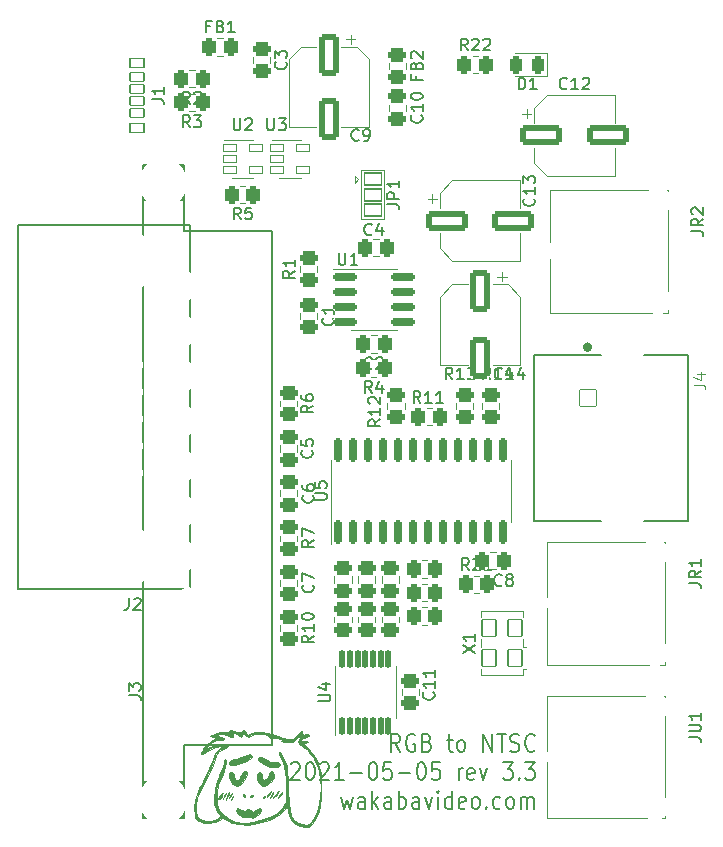
<source format=gbr>
%TF.GenerationSoftware,KiCad,Pcbnew,8.0.7*%
%TF.CreationDate,2025-01-22T15:24:25+13:00*%
%TF.ProjectId,rgbntsc,7267626e-7473-4632-9e6b-696361645f70,rev?*%
%TF.SameCoordinates,Original*%
%TF.FileFunction,Legend,Top*%
%TF.FilePolarity,Positive*%
%FSLAX46Y46*%
G04 Gerber Fmt 4.6, Leading zero omitted, Abs format (unit mm)*
G04 Created by KiCad (PCBNEW 8.0.7) date 2025-01-22 15:24:25*
%MOMM*%
%LPD*%
G01*
G04 APERTURE LIST*
G04 Aperture macros list*
%AMRoundRect*
0 Rectangle with rounded corners*
0 $1 Rounding radius*
0 $2 $3 $4 $5 $6 $7 $8 $9 X,Y pos of 4 corners*
0 Add a 4 corners polygon primitive as box body*
4,1,4,$2,$3,$4,$5,$6,$7,$8,$9,$2,$3,0*
0 Add four circle primitives for the rounded corners*
1,1,$1+$1,$2,$3*
1,1,$1+$1,$4,$5*
1,1,$1+$1,$6,$7*
1,1,$1+$1,$8,$9*
0 Add four rect primitives between the rounded corners*
20,1,$1+$1,$2,$3,$4,$5,0*
20,1,$1+$1,$4,$5,$6,$7,0*
20,1,$1+$1,$6,$7,$8,$9,0*
20,1,$1+$1,$8,$9,$2,$3,0*%
G04 Aperture macros list end*
%ADD10C,0.200000*%
%ADD11C,0.150000*%
%ADD12C,0.050000*%
%ADD13C,0.120000*%
%ADD14C,0.010000*%
%ADD15C,0.127000*%
%ADD16C,0.400000*%
%ADD17C,2.200000*%
%ADD18C,1.600000*%
%ADD19C,4.500000*%
%ADD20RoundRect,0.275500X0.500500X-0.275500X0.500500X0.275500X-0.500500X0.275500X-0.500500X-0.275500X0*%
%ADD21RoundRect,0.275500X-0.500500X0.275500X-0.500500X-0.275500X0.500500X-0.275500X0.500500X0.275500X0*%
%ADD22RoundRect,0.274876X-0.476124X0.288624X-0.476124X-0.288624X0.476124X-0.288624X0.476124X0.288624X0*%
%ADD23C,4.102000*%
%ADD24C,2.302000*%
%ADD25RoundRect,0.275500X0.275500X0.500500X-0.275500X0.500500X-0.275500X-0.500500X0.275500X-0.500500X0*%
%ADD26RoundRect,0.051000X0.600000X-0.350000X0.600000X0.350000X-0.600000X0.350000X-0.600000X-0.350000X0*%
%ADD27RoundRect,0.051000X0.600000X-0.380000X0.600000X0.380000X-0.600000X0.380000X-0.600000X-0.380000X0*%
%ADD28RoundRect,0.051000X0.600000X-0.400000X0.600000X0.400000X-0.600000X0.400000X-0.600000X-0.400000X0*%
%ADD29O,1.802000X1.202000*%
%ADD30RoundRect,0.274876X0.476124X-0.288624X0.476124X0.288624X-0.476124X0.288624X-0.476124X-0.288624X0*%
%ADD31RoundRect,0.274876X0.288624X0.476124X-0.288624X0.476124X-0.288624X-0.476124X0.288624X-0.476124X0*%
%ADD32RoundRect,0.175500X-0.850500X-0.175500X0.850500X-0.175500X0.850500X0.175500X-0.850500X0.175500X0*%
%ADD33C,1.702000*%
%ADD34C,4.602000*%
%ADD35O,3.102000X3.102000*%
%ADD36RoundRect,0.051000X0.704000X0.704000X-0.704000X0.704000X-0.704000X-0.704000X0.704000X-0.704000X0*%
%ADD37C,1.510000*%
%ADD38O,3.502000X1.802000*%
%ADD39O,1.802000X3.502000*%
%ADD40RoundRect,0.051000X0.600000X-0.700000X0.600000X0.700000X-0.600000X0.700000X-0.600000X-0.700000X0*%
%ADD41RoundRect,0.175500X0.175500X-0.863000X0.175500X0.863000X-0.175500X0.863000X-0.175500X-0.863000X0*%
%ADD42RoundRect,0.051000X-0.750000X0.500000X-0.750000X-0.500000X0.750000X-0.500000X0.750000X0.500000X0*%
%ADD43RoundRect,0.051000X-0.530000X-0.325000X0.530000X-0.325000X0.530000X0.325000X-0.530000X0.325000X0*%
%ADD44RoundRect,0.265938X-0.585062X1.535062X-0.585062X-1.535062X0.585062X-1.535062X0.585062X1.535062X0*%
%ADD45RoundRect,0.274876X-0.288624X-0.476124X0.288624X-0.476124X0.288624X0.476124X-0.288624X0.476124X0*%
%ADD46RoundRect,0.265938X-1.535062X-0.585062X1.535062X-0.585062X1.535062X0.585062X-1.535062X0.585062X0*%
%ADD47RoundRect,0.275500X-0.275500X-0.500500X0.275500X-0.500500X0.275500X0.500500X-0.275500X0.500500X0*%
%ADD48RoundRect,0.269250X0.269250X0.481750X-0.269250X0.481750X-0.269250X-0.481750X0.269250X-0.481750X0*%
%ADD49RoundRect,0.125500X0.125500X-0.663000X0.125500X0.663000X-0.125500X0.663000X-0.125500X-0.663000X0*%
G04 APERTURE END LIST*
D10*
X47230327Y-103168612D02*
X46796994Y-102454326D01*
X46487470Y-103168612D02*
X46487470Y-101668612D01*
X46487470Y-101668612D02*
X46982708Y-101668612D01*
X46982708Y-101668612D02*
X47106518Y-101740041D01*
X47106518Y-101740041D02*
X47168423Y-101811469D01*
X47168423Y-101811469D02*
X47230327Y-101954326D01*
X47230327Y-101954326D02*
X47230327Y-102168612D01*
X47230327Y-102168612D02*
X47168423Y-102311469D01*
X47168423Y-102311469D02*
X47106518Y-102382898D01*
X47106518Y-102382898D02*
X46982708Y-102454326D01*
X46982708Y-102454326D02*
X46487470Y-102454326D01*
X48468423Y-101740041D02*
X48344613Y-101668612D01*
X48344613Y-101668612D02*
X48158899Y-101668612D01*
X48158899Y-101668612D02*
X47973185Y-101740041D01*
X47973185Y-101740041D02*
X47849375Y-101882898D01*
X47849375Y-101882898D02*
X47787470Y-102025755D01*
X47787470Y-102025755D02*
X47725566Y-102311469D01*
X47725566Y-102311469D02*
X47725566Y-102525755D01*
X47725566Y-102525755D02*
X47787470Y-102811469D01*
X47787470Y-102811469D02*
X47849375Y-102954326D01*
X47849375Y-102954326D02*
X47973185Y-103097184D01*
X47973185Y-103097184D02*
X48158899Y-103168612D01*
X48158899Y-103168612D02*
X48282708Y-103168612D01*
X48282708Y-103168612D02*
X48468423Y-103097184D01*
X48468423Y-103097184D02*
X48530327Y-103025755D01*
X48530327Y-103025755D02*
X48530327Y-102525755D01*
X48530327Y-102525755D02*
X48282708Y-102525755D01*
X49520804Y-102382898D02*
X49706518Y-102454326D01*
X49706518Y-102454326D02*
X49768423Y-102525755D01*
X49768423Y-102525755D02*
X49830327Y-102668612D01*
X49830327Y-102668612D02*
X49830327Y-102882898D01*
X49830327Y-102882898D02*
X49768423Y-103025755D01*
X49768423Y-103025755D02*
X49706518Y-103097184D01*
X49706518Y-103097184D02*
X49582708Y-103168612D01*
X49582708Y-103168612D02*
X49087470Y-103168612D01*
X49087470Y-103168612D02*
X49087470Y-101668612D01*
X49087470Y-101668612D02*
X49520804Y-101668612D01*
X49520804Y-101668612D02*
X49644613Y-101740041D01*
X49644613Y-101740041D02*
X49706518Y-101811469D01*
X49706518Y-101811469D02*
X49768423Y-101954326D01*
X49768423Y-101954326D02*
X49768423Y-102097184D01*
X49768423Y-102097184D02*
X49706518Y-102240041D01*
X49706518Y-102240041D02*
X49644613Y-102311469D01*
X49644613Y-102311469D02*
X49520804Y-102382898D01*
X49520804Y-102382898D02*
X49087470Y-102382898D01*
X51192232Y-102168612D02*
X51687470Y-102168612D01*
X51377946Y-101668612D02*
X51377946Y-102954326D01*
X51377946Y-102954326D02*
X51439851Y-103097184D01*
X51439851Y-103097184D02*
X51563661Y-103168612D01*
X51563661Y-103168612D02*
X51687470Y-103168612D01*
X52306518Y-103168612D02*
X52182708Y-103097184D01*
X52182708Y-103097184D02*
X52120803Y-103025755D01*
X52120803Y-103025755D02*
X52058899Y-102882898D01*
X52058899Y-102882898D02*
X52058899Y-102454326D01*
X52058899Y-102454326D02*
X52120803Y-102311469D01*
X52120803Y-102311469D02*
X52182708Y-102240041D01*
X52182708Y-102240041D02*
X52306518Y-102168612D01*
X52306518Y-102168612D02*
X52492232Y-102168612D01*
X52492232Y-102168612D02*
X52616041Y-102240041D01*
X52616041Y-102240041D02*
X52677946Y-102311469D01*
X52677946Y-102311469D02*
X52739851Y-102454326D01*
X52739851Y-102454326D02*
X52739851Y-102882898D01*
X52739851Y-102882898D02*
X52677946Y-103025755D01*
X52677946Y-103025755D02*
X52616041Y-103097184D01*
X52616041Y-103097184D02*
X52492232Y-103168612D01*
X52492232Y-103168612D02*
X52306518Y-103168612D01*
X54287469Y-103168612D02*
X54287469Y-101668612D01*
X54287469Y-101668612D02*
X55030326Y-103168612D01*
X55030326Y-103168612D02*
X55030326Y-101668612D01*
X55463660Y-101668612D02*
X56206517Y-101668612D01*
X55835089Y-103168612D02*
X55835089Y-101668612D01*
X56577946Y-103097184D02*
X56763660Y-103168612D01*
X56763660Y-103168612D02*
X57073184Y-103168612D01*
X57073184Y-103168612D02*
X57196993Y-103097184D01*
X57196993Y-103097184D02*
X57258898Y-103025755D01*
X57258898Y-103025755D02*
X57320803Y-102882898D01*
X57320803Y-102882898D02*
X57320803Y-102740041D01*
X57320803Y-102740041D02*
X57258898Y-102597184D01*
X57258898Y-102597184D02*
X57196993Y-102525755D01*
X57196993Y-102525755D02*
X57073184Y-102454326D01*
X57073184Y-102454326D02*
X56825565Y-102382898D01*
X56825565Y-102382898D02*
X56701755Y-102311469D01*
X56701755Y-102311469D02*
X56639850Y-102240041D01*
X56639850Y-102240041D02*
X56577946Y-102097184D01*
X56577946Y-102097184D02*
X56577946Y-101954326D01*
X56577946Y-101954326D02*
X56639850Y-101811469D01*
X56639850Y-101811469D02*
X56701755Y-101740041D01*
X56701755Y-101740041D02*
X56825565Y-101668612D01*
X56825565Y-101668612D02*
X57135088Y-101668612D01*
X57135088Y-101668612D02*
X57320803Y-101740041D01*
X58620802Y-103025755D02*
X58558898Y-103097184D01*
X58558898Y-103097184D02*
X58373183Y-103168612D01*
X58373183Y-103168612D02*
X58249374Y-103168612D01*
X58249374Y-103168612D02*
X58063660Y-103097184D01*
X58063660Y-103097184D02*
X57939850Y-102954326D01*
X57939850Y-102954326D02*
X57877945Y-102811469D01*
X57877945Y-102811469D02*
X57816041Y-102525755D01*
X57816041Y-102525755D02*
X57816041Y-102311469D01*
X57816041Y-102311469D02*
X57877945Y-102025755D01*
X57877945Y-102025755D02*
X57939850Y-101882898D01*
X57939850Y-101882898D02*
X58063660Y-101740041D01*
X58063660Y-101740041D02*
X58249374Y-101668612D01*
X58249374Y-101668612D02*
X58373183Y-101668612D01*
X58373183Y-101668612D02*
X58558898Y-101740041D01*
X58558898Y-101740041D02*
X58620802Y-101811469D01*
X38006519Y-104226385D02*
X38068423Y-104154957D01*
X38068423Y-104154957D02*
X38192233Y-104083528D01*
X38192233Y-104083528D02*
X38501757Y-104083528D01*
X38501757Y-104083528D02*
X38625566Y-104154957D01*
X38625566Y-104154957D02*
X38687471Y-104226385D01*
X38687471Y-104226385D02*
X38749376Y-104369242D01*
X38749376Y-104369242D02*
X38749376Y-104512100D01*
X38749376Y-104512100D02*
X38687471Y-104726385D01*
X38687471Y-104726385D02*
X37944614Y-105583528D01*
X37944614Y-105583528D02*
X38749376Y-105583528D01*
X39554137Y-104083528D02*
X39677947Y-104083528D01*
X39677947Y-104083528D02*
X39801756Y-104154957D01*
X39801756Y-104154957D02*
X39863661Y-104226385D01*
X39863661Y-104226385D02*
X39925566Y-104369242D01*
X39925566Y-104369242D02*
X39987471Y-104654957D01*
X39987471Y-104654957D02*
X39987471Y-105012100D01*
X39987471Y-105012100D02*
X39925566Y-105297814D01*
X39925566Y-105297814D02*
X39863661Y-105440671D01*
X39863661Y-105440671D02*
X39801756Y-105512100D01*
X39801756Y-105512100D02*
X39677947Y-105583528D01*
X39677947Y-105583528D02*
X39554137Y-105583528D01*
X39554137Y-105583528D02*
X39430328Y-105512100D01*
X39430328Y-105512100D02*
X39368423Y-105440671D01*
X39368423Y-105440671D02*
X39306518Y-105297814D01*
X39306518Y-105297814D02*
X39244614Y-105012100D01*
X39244614Y-105012100D02*
X39244614Y-104654957D01*
X39244614Y-104654957D02*
X39306518Y-104369242D01*
X39306518Y-104369242D02*
X39368423Y-104226385D01*
X39368423Y-104226385D02*
X39430328Y-104154957D01*
X39430328Y-104154957D02*
X39554137Y-104083528D01*
X40482709Y-104226385D02*
X40544613Y-104154957D01*
X40544613Y-104154957D02*
X40668423Y-104083528D01*
X40668423Y-104083528D02*
X40977947Y-104083528D01*
X40977947Y-104083528D02*
X41101756Y-104154957D01*
X41101756Y-104154957D02*
X41163661Y-104226385D01*
X41163661Y-104226385D02*
X41225566Y-104369242D01*
X41225566Y-104369242D02*
X41225566Y-104512100D01*
X41225566Y-104512100D02*
X41163661Y-104726385D01*
X41163661Y-104726385D02*
X40420804Y-105583528D01*
X40420804Y-105583528D02*
X41225566Y-105583528D01*
X42463661Y-105583528D02*
X41720804Y-105583528D01*
X42092232Y-105583528D02*
X42092232Y-104083528D01*
X42092232Y-104083528D02*
X41968423Y-104297814D01*
X41968423Y-104297814D02*
X41844613Y-104440671D01*
X41844613Y-104440671D02*
X41720804Y-104512100D01*
X43020803Y-105012100D02*
X44011280Y-105012100D01*
X44877946Y-104083528D02*
X45001756Y-104083528D01*
X45001756Y-104083528D02*
X45125565Y-104154957D01*
X45125565Y-104154957D02*
X45187470Y-104226385D01*
X45187470Y-104226385D02*
X45249375Y-104369242D01*
X45249375Y-104369242D02*
X45311280Y-104654957D01*
X45311280Y-104654957D02*
X45311280Y-105012100D01*
X45311280Y-105012100D02*
X45249375Y-105297814D01*
X45249375Y-105297814D02*
X45187470Y-105440671D01*
X45187470Y-105440671D02*
X45125565Y-105512100D01*
X45125565Y-105512100D02*
X45001756Y-105583528D01*
X45001756Y-105583528D02*
X44877946Y-105583528D01*
X44877946Y-105583528D02*
X44754137Y-105512100D01*
X44754137Y-105512100D02*
X44692232Y-105440671D01*
X44692232Y-105440671D02*
X44630327Y-105297814D01*
X44630327Y-105297814D02*
X44568423Y-105012100D01*
X44568423Y-105012100D02*
X44568423Y-104654957D01*
X44568423Y-104654957D02*
X44630327Y-104369242D01*
X44630327Y-104369242D02*
X44692232Y-104226385D01*
X44692232Y-104226385D02*
X44754137Y-104154957D01*
X44754137Y-104154957D02*
X44877946Y-104083528D01*
X46487470Y-104083528D02*
X45868422Y-104083528D01*
X45868422Y-104083528D02*
X45806518Y-104797814D01*
X45806518Y-104797814D02*
X45868422Y-104726385D01*
X45868422Y-104726385D02*
X45992232Y-104654957D01*
X45992232Y-104654957D02*
X46301756Y-104654957D01*
X46301756Y-104654957D02*
X46425565Y-104726385D01*
X46425565Y-104726385D02*
X46487470Y-104797814D01*
X46487470Y-104797814D02*
X46549375Y-104940671D01*
X46549375Y-104940671D02*
X46549375Y-105297814D01*
X46549375Y-105297814D02*
X46487470Y-105440671D01*
X46487470Y-105440671D02*
X46425565Y-105512100D01*
X46425565Y-105512100D02*
X46301756Y-105583528D01*
X46301756Y-105583528D02*
X45992232Y-105583528D01*
X45992232Y-105583528D02*
X45868422Y-105512100D01*
X45868422Y-105512100D02*
X45806518Y-105440671D01*
X47106517Y-105012100D02*
X48096994Y-105012100D01*
X48963660Y-104083528D02*
X49087470Y-104083528D01*
X49087470Y-104083528D02*
X49211279Y-104154957D01*
X49211279Y-104154957D02*
X49273184Y-104226385D01*
X49273184Y-104226385D02*
X49335089Y-104369242D01*
X49335089Y-104369242D02*
X49396994Y-104654957D01*
X49396994Y-104654957D02*
X49396994Y-105012100D01*
X49396994Y-105012100D02*
X49335089Y-105297814D01*
X49335089Y-105297814D02*
X49273184Y-105440671D01*
X49273184Y-105440671D02*
X49211279Y-105512100D01*
X49211279Y-105512100D02*
X49087470Y-105583528D01*
X49087470Y-105583528D02*
X48963660Y-105583528D01*
X48963660Y-105583528D02*
X48839851Y-105512100D01*
X48839851Y-105512100D02*
X48777946Y-105440671D01*
X48777946Y-105440671D02*
X48716041Y-105297814D01*
X48716041Y-105297814D02*
X48654137Y-105012100D01*
X48654137Y-105012100D02*
X48654137Y-104654957D01*
X48654137Y-104654957D02*
X48716041Y-104369242D01*
X48716041Y-104369242D02*
X48777946Y-104226385D01*
X48777946Y-104226385D02*
X48839851Y-104154957D01*
X48839851Y-104154957D02*
X48963660Y-104083528D01*
X50573184Y-104083528D02*
X49954136Y-104083528D01*
X49954136Y-104083528D02*
X49892232Y-104797814D01*
X49892232Y-104797814D02*
X49954136Y-104726385D01*
X49954136Y-104726385D02*
X50077946Y-104654957D01*
X50077946Y-104654957D02*
X50387470Y-104654957D01*
X50387470Y-104654957D02*
X50511279Y-104726385D01*
X50511279Y-104726385D02*
X50573184Y-104797814D01*
X50573184Y-104797814D02*
X50635089Y-104940671D01*
X50635089Y-104940671D02*
X50635089Y-105297814D01*
X50635089Y-105297814D02*
X50573184Y-105440671D01*
X50573184Y-105440671D02*
X50511279Y-105512100D01*
X50511279Y-105512100D02*
X50387470Y-105583528D01*
X50387470Y-105583528D02*
X50077946Y-105583528D01*
X50077946Y-105583528D02*
X49954136Y-105512100D01*
X49954136Y-105512100D02*
X49892232Y-105440671D01*
X52182707Y-105583528D02*
X52182707Y-104583528D01*
X52182707Y-104869242D02*
X52244612Y-104726385D01*
X52244612Y-104726385D02*
X52306517Y-104654957D01*
X52306517Y-104654957D02*
X52430326Y-104583528D01*
X52430326Y-104583528D02*
X52554136Y-104583528D01*
X53482707Y-105512100D02*
X53358898Y-105583528D01*
X53358898Y-105583528D02*
X53111279Y-105583528D01*
X53111279Y-105583528D02*
X52987469Y-105512100D01*
X52987469Y-105512100D02*
X52925565Y-105369242D01*
X52925565Y-105369242D02*
X52925565Y-104797814D01*
X52925565Y-104797814D02*
X52987469Y-104654957D01*
X52987469Y-104654957D02*
X53111279Y-104583528D01*
X53111279Y-104583528D02*
X53358898Y-104583528D01*
X53358898Y-104583528D02*
X53482707Y-104654957D01*
X53482707Y-104654957D02*
X53544612Y-104797814D01*
X53544612Y-104797814D02*
X53544612Y-104940671D01*
X53544612Y-104940671D02*
X52925565Y-105083528D01*
X53977946Y-104583528D02*
X54287470Y-105583528D01*
X54287470Y-105583528D02*
X54596993Y-104583528D01*
X55958898Y-104083528D02*
X56763660Y-104083528D01*
X56763660Y-104083528D02*
X56330326Y-104654957D01*
X56330326Y-104654957D02*
X56516041Y-104654957D01*
X56516041Y-104654957D02*
X56639850Y-104726385D01*
X56639850Y-104726385D02*
X56701755Y-104797814D01*
X56701755Y-104797814D02*
X56763660Y-104940671D01*
X56763660Y-104940671D02*
X56763660Y-105297814D01*
X56763660Y-105297814D02*
X56701755Y-105440671D01*
X56701755Y-105440671D02*
X56639850Y-105512100D01*
X56639850Y-105512100D02*
X56516041Y-105583528D01*
X56516041Y-105583528D02*
X56144612Y-105583528D01*
X56144612Y-105583528D02*
X56020803Y-105512100D01*
X56020803Y-105512100D02*
X55958898Y-105440671D01*
X57320802Y-105440671D02*
X57382707Y-105512100D01*
X57382707Y-105512100D02*
X57320802Y-105583528D01*
X57320802Y-105583528D02*
X57258898Y-105512100D01*
X57258898Y-105512100D02*
X57320802Y-105440671D01*
X57320802Y-105440671D02*
X57320802Y-105583528D01*
X57816041Y-104083528D02*
X58620803Y-104083528D01*
X58620803Y-104083528D02*
X58187469Y-104654957D01*
X58187469Y-104654957D02*
X58373184Y-104654957D01*
X58373184Y-104654957D02*
X58496993Y-104726385D01*
X58496993Y-104726385D02*
X58558898Y-104797814D01*
X58558898Y-104797814D02*
X58620803Y-104940671D01*
X58620803Y-104940671D02*
X58620803Y-105297814D01*
X58620803Y-105297814D02*
X58558898Y-105440671D01*
X58558898Y-105440671D02*
X58496993Y-105512100D01*
X58496993Y-105512100D02*
X58373184Y-105583528D01*
X58373184Y-105583528D02*
X58001755Y-105583528D01*
X58001755Y-105583528D02*
X57877946Y-105512100D01*
X57877946Y-105512100D02*
X57816041Y-105440671D01*
X42216043Y-106998444D02*
X42463662Y-107998444D01*
X42463662Y-107998444D02*
X42711281Y-107284158D01*
X42711281Y-107284158D02*
X42958900Y-107998444D01*
X42958900Y-107998444D02*
X43206519Y-106998444D01*
X44258900Y-107998444D02*
X44258900Y-107212730D01*
X44258900Y-107212730D02*
X44196995Y-107069873D01*
X44196995Y-107069873D02*
X44073186Y-106998444D01*
X44073186Y-106998444D02*
X43825567Y-106998444D01*
X43825567Y-106998444D02*
X43701757Y-107069873D01*
X44258900Y-107927016D02*
X44135091Y-107998444D01*
X44135091Y-107998444D02*
X43825567Y-107998444D01*
X43825567Y-107998444D02*
X43701757Y-107927016D01*
X43701757Y-107927016D02*
X43639853Y-107784158D01*
X43639853Y-107784158D02*
X43639853Y-107641301D01*
X43639853Y-107641301D02*
X43701757Y-107498444D01*
X43701757Y-107498444D02*
X43825567Y-107427016D01*
X43825567Y-107427016D02*
X44135091Y-107427016D01*
X44135091Y-107427016D02*
X44258900Y-107355587D01*
X44877947Y-107998444D02*
X44877947Y-106498444D01*
X45001757Y-107427016D02*
X45373185Y-107998444D01*
X45373185Y-106998444D02*
X44877947Y-107569873D01*
X46487471Y-107998444D02*
X46487471Y-107212730D01*
X46487471Y-107212730D02*
X46425566Y-107069873D01*
X46425566Y-107069873D02*
X46301757Y-106998444D01*
X46301757Y-106998444D02*
X46054138Y-106998444D01*
X46054138Y-106998444D02*
X45930328Y-107069873D01*
X46487471Y-107927016D02*
X46363662Y-107998444D01*
X46363662Y-107998444D02*
X46054138Y-107998444D01*
X46054138Y-107998444D02*
X45930328Y-107927016D01*
X45930328Y-107927016D02*
X45868424Y-107784158D01*
X45868424Y-107784158D02*
X45868424Y-107641301D01*
X45868424Y-107641301D02*
X45930328Y-107498444D01*
X45930328Y-107498444D02*
X46054138Y-107427016D01*
X46054138Y-107427016D02*
X46363662Y-107427016D01*
X46363662Y-107427016D02*
X46487471Y-107355587D01*
X47106518Y-107998444D02*
X47106518Y-106498444D01*
X47106518Y-107069873D02*
X47230328Y-106998444D01*
X47230328Y-106998444D02*
X47477947Y-106998444D01*
X47477947Y-106998444D02*
X47601756Y-107069873D01*
X47601756Y-107069873D02*
X47663661Y-107141301D01*
X47663661Y-107141301D02*
X47725566Y-107284158D01*
X47725566Y-107284158D02*
X47725566Y-107712730D01*
X47725566Y-107712730D02*
X47663661Y-107855587D01*
X47663661Y-107855587D02*
X47601756Y-107927016D01*
X47601756Y-107927016D02*
X47477947Y-107998444D01*
X47477947Y-107998444D02*
X47230328Y-107998444D01*
X47230328Y-107998444D02*
X47106518Y-107927016D01*
X48839851Y-107998444D02*
X48839851Y-107212730D01*
X48839851Y-107212730D02*
X48777946Y-107069873D01*
X48777946Y-107069873D02*
X48654137Y-106998444D01*
X48654137Y-106998444D02*
X48406518Y-106998444D01*
X48406518Y-106998444D02*
X48282708Y-107069873D01*
X48839851Y-107927016D02*
X48716042Y-107998444D01*
X48716042Y-107998444D02*
X48406518Y-107998444D01*
X48406518Y-107998444D02*
X48282708Y-107927016D01*
X48282708Y-107927016D02*
X48220804Y-107784158D01*
X48220804Y-107784158D02*
X48220804Y-107641301D01*
X48220804Y-107641301D02*
X48282708Y-107498444D01*
X48282708Y-107498444D02*
X48406518Y-107427016D01*
X48406518Y-107427016D02*
X48716042Y-107427016D01*
X48716042Y-107427016D02*
X48839851Y-107355587D01*
X49335089Y-106998444D02*
X49644613Y-107998444D01*
X49644613Y-107998444D02*
X49954136Y-106998444D01*
X50449374Y-107998444D02*
X50449374Y-106998444D01*
X50449374Y-106498444D02*
X50387470Y-106569873D01*
X50387470Y-106569873D02*
X50449374Y-106641301D01*
X50449374Y-106641301D02*
X50511279Y-106569873D01*
X50511279Y-106569873D02*
X50449374Y-106498444D01*
X50449374Y-106498444D02*
X50449374Y-106641301D01*
X51625565Y-107998444D02*
X51625565Y-106498444D01*
X51625565Y-107927016D02*
X51501756Y-107998444D01*
X51501756Y-107998444D02*
X51254137Y-107998444D01*
X51254137Y-107998444D02*
X51130327Y-107927016D01*
X51130327Y-107927016D02*
X51068422Y-107855587D01*
X51068422Y-107855587D02*
X51006518Y-107712730D01*
X51006518Y-107712730D02*
X51006518Y-107284158D01*
X51006518Y-107284158D02*
X51068422Y-107141301D01*
X51068422Y-107141301D02*
X51130327Y-107069873D01*
X51130327Y-107069873D02*
X51254137Y-106998444D01*
X51254137Y-106998444D02*
X51501756Y-106998444D01*
X51501756Y-106998444D02*
X51625565Y-107069873D01*
X52739850Y-107927016D02*
X52616041Y-107998444D01*
X52616041Y-107998444D02*
X52368422Y-107998444D01*
X52368422Y-107998444D02*
X52244612Y-107927016D01*
X52244612Y-107927016D02*
X52182708Y-107784158D01*
X52182708Y-107784158D02*
X52182708Y-107212730D01*
X52182708Y-107212730D02*
X52244612Y-107069873D01*
X52244612Y-107069873D02*
X52368422Y-106998444D01*
X52368422Y-106998444D02*
X52616041Y-106998444D01*
X52616041Y-106998444D02*
X52739850Y-107069873D01*
X52739850Y-107069873D02*
X52801755Y-107212730D01*
X52801755Y-107212730D02*
X52801755Y-107355587D01*
X52801755Y-107355587D02*
X52182708Y-107498444D01*
X53544613Y-107998444D02*
X53420803Y-107927016D01*
X53420803Y-107927016D02*
X53358898Y-107855587D01*
X53358898Y-107855587D02*
X53296994Y-107712730D01*
X53296994Y-107712730D02*
X53296994Y-107284158D01*
X53296994Y-107284158D02*
X53358898Y-107141301D01*
X53358898Y-107141301D02*
X53420803Y-107069873D01*
X53420803Y-107069873D02*
X53544613Y-106998444D01*
X53544613Y-106998444D02*
X53730327Y-106998444D01*
X53730327Y-106998444D02*
X53854136Y-107069873D01*
X53854136Y-107069873D02*
X53916041Y-107141301D01*
X53916041Y-107141301D02*
X53977946Y-107284158D01*
X53977946Y-107284158D02*
X53977946Y-107712730D01*
X53977946Y-107712730D02*
X53916041Y-107855587D01*
X53916041Y-107855587D02*
X53854136Y-107927016D01*
X53854136Y-107927016D02*
X53730327Y-107998444D01*
X53730327Y-107998444D02*
X53544613Y-107998444D01*
X54535088Y-107855587D02*
X54596993Y-107927016D01*
X54596993Y-107927016D02*
X54535088Y-107998444D01*
X54535088Y-107998444D02*
X54473184Y-107927016D01*
X54473184Y-107927016D02*
X54535088Y-107855587D01*
X54535088Y-107855587D02*
X54535088Y-107998444D01*
X55711279Y-107927016D02*
X55587470Y-107998444D01*
X55587470Y-107998444D02*
X55339851Y-107998444D01*
X55339851Y-107998444D02*
X55216041Y-107927016D01*
X55216041Y-107927016D02*
X55154136Y-107855587D01*
X55154136Y-107855587D02*
X55092232Y-107712730D01*
X55092232Y-107712730D02*
X55092232Y-107284158D01*
X55092232Y-107284158D02*
X55154136Y-107141301D01*
X55154136Y-107141301D02*
X55216041Y-107069873D01*
X55216041Y-107069873D02*
X55339851Y-106998444D01*
X55339851Y-106998444D02*
X55587470Y-106998444D01*
X55587470Y-106998444D02*
X55711279Y-107069873D01*
X56454137Y-107998444D02*
X56330327Y-107927016D01*
X56330327Y-107927016D02*
X56268422Y-107855587D01*
X56268422Y-107855587D02*
X56206518Y-107712730D01*
X56206518Y-107712730D02*
X56206518Y-107284158D01*
X56206518Y-107284158D02*
X56268422Y-107141301D01*
X56268422Y-107141301D02*
X56330327Y-107069873D01*
X56330327Y-107069873D02*
X56454137Y-106998444D01*
X56454137Y-106998444D02*
X56639851Y-106998444D01*
X56639851Y-106998444D02*
X56763660Y-107069873D01*
X56763660Y-107069873D02*
X56825565Y-107141301D01*
X56825565Y-107141301D02*
X56887470Y-107284158D01*
X56887470Y-107284158D02*
X56887470Y-107712730D01*
X56887470Y-107712730D02*
X56825565Y-107855587D01*
X56825565Y-107855587D02*
X56763660Y-107927016D01*
X56763660Y-107927016D02*
X56639851Y-107998444D01*
X56639851Y-107998444D02*
X56454137Y-107998444D01*
X57444612Y-107998444D02*
X57444612Y-106998444D01*
X57444612Y-107141301D02*
X57506517Y-107069873D01*
X57506517Y-107069873D02*
X57630327Y-106998444D01*
X57630327Y-106998444D02*
X57816041Y-106998444D01*
X57816041Y-106998444D02*
X57939850Y-107069873D01*
X57939850Y-107069873D02*
X58001755Y-107212730D01*
X58001755Y-107212730D02*
X58001755Y-107998444D01*
X58001755Y-107212730D02*
X58063660Y-107069873D01*
X58063660Y-107069873D02*
X58187469Y-106998444D01*
X58187469Y-106998444D02*
X58373184Y-106998444D01*
X58373184Y-106998444D02*
X58496993Y-107069873D01*
X58496993Y-107069873D02*
X58558898Y-107212730D01*
X58558898Y-107212730D02*
X58558898Y-107998444D01*
D11*
X39759580Y-77666666D02*
X39807200Y-77714285D01*
X39807200Y-77714285D02*
X39854819Y-77857142D01*
X39854819Y-77857142D02*
X39854819Y-77952380D01*
X39854819Y-77952380D02*
X39807200Y-78095237D01*
X39807200Y-78095237D02*
X39711961Y-78190475D01*
X39711961Y-78190475D02*
X39616723Y-78238094D01*
X39616723Y-78238094D02*
X39426247Y-78285713D01*
X39426247Y-78285713D02*
X39283390Y-78285713D01*
X39283390Y-78285713D02*
X39092914Y-78238094D01*
X39092914Y-78238094D02*
X38997676Y-78190475D01*
X38997676Y-78190475D02*
X38902438Y-78095237D01*
X38902438Y-78095237D02*
X38854819Y-77952380D01*
X38854819Y-77952380D02*
X38854819Y-77857142D01*
X38854819Y-77857142D02*
X38902438Y-77714285D01*
X38902438Y-77714285D02*
X38950057Y-77666666D01*
X38854819Y-76761904D02*
X38854819Y-77238094D01*
X38854819Y-77238094D02*
X39331009Y-77285713D01*
X39331009Y-77285713D02*
X39283390Y-77238094D01*
X39283390Y-77238094D02*
X39235771Y-77142856D01*
X39235771Y-77142856D02*
X39235771Y-76904761D01*
X39235771Y-76904761D02*
X39283390Y-76809523D01*
X39283390Y-76809523D02*
X39331009Y-76761904D01*
X39331009Y-76761904D02*
X39426247Y-76714285D01*
X39426247Y-76714285D02*
X39664342Y-76714285D01*
X39664342Y-76714285D02*
X39759580Y-76761904D01*
X39759580Y-76761904D02*
X39807200Y-76809523D01*
X39807200Y-76809523D02*
X39854819Y-76904761D01*
X39854819Y-76904761D02*
X39854819Y-77142856D01*
X39854819Y-77142856D02*
X39807200Y-77238094D01*
X39807200Y-77238094D02*
X39759580Y-77285713D01*
X39839580Y-81466666D02*
X39887200Y-81514285D01*
X39887200Y-81514285D02*
X39934819Y-81657142D01*
X39934819Y-81657142D02*
X39934819Y-81752380D01*
X39934819Y-81752380D02*
X39887200Y-81895237D01*
X39887200Y-81895237D02*
X39791961Y-81990475D01*
X39791961Y-81990475D02*
X39696723Y-82038094D01*
X39696723Y-82038094D02*
X39506247Y-82085713D01*
X39506247Y-82085713D02*
X39363390Y-82085713D01*
X39363390Y-82085713D02*
X39172914Y-82038094D01*
X39172914Y-82038094D02*
X39077676Y-81990475D01*
X39077676Y-81990475D02*
X38982438Y-81895237D01*
X38982438Y-81895237D02*
X38934819Y-81752380D01*
X38934819Y-81752380D02*
X38934819Y-81657142D01*
X38934819Y-81657142D02*
X38982438Y-81514285D01*
X38982438Y-81514285D02*
X39030057Y-81466666D01*
X38934819Y-80609523D02*
X38934819Y-80799999D01*
X38934819Y-80799999D02*
X38982438Y-80895237D01*
X38982438Y-80895237D02*
X39030057Y-80942856D01*
X39030057Y-80942856D02*
X39172914Y-81038094D01*
X39172914Y-81038094D02*
X39363390Y-81085713D01*
X39363390Y-81085713D02*
X39744342Y-81085713D01*
X39744342Y-81085713D02*
X39839580Y-81038094D01*
X39839580Y-81038094D02*
X39887200Y-80990475D01*
X39887200Y-80990475D02*
X39934819Y-80895237D01*
X39934819Y-80895237D02*
X39934819Y-80704761D01*
X39934819Y-80704761D02*
X39887200Y-80609523D01*
X39887200Y-80609523D02*
X39839580Y-80561904D01*
X39839580Y-80561904D02*
X39744342Y-80514285D01*
X39744342Y-80514285D02*
X39506247Y-80514285D01*
X39506247Y-80514285D02*
X39411009Y-80561904D01*
X39411009Y-80561904D02*
X39363390Y-80609523D01*
X39363390Y-80609523D02*
X39315771Y-80704761D01*
X39315771Y-80704761D02*
X39315771Y-80895237D01*
X39315771Y-80895237D02*
X39363390Y-80990475D01*
X39363390Y-80990475D02*
X39411009Y-81038094D01*
X39411009Y-81038094D02*
X39506247Y-81085713D01*
X39839580Y-89066666D02*
X39887200Y-89114285D01*
X39887200Y-89114285D02*
X39934819Y-89257142D01*
X39934819Y-89257142D02*
X39934819Y-89352380D01*
X39934819Y-89352380D02*
X39887200Y-89495237D01*
X39887200Y-89495237D02*
X39791961Y-89590475D01*
X39791961Y-89590475D02*
X39696723Y-89638094D01*
X39696723Y-89638094D02*
X39506247Y-89685713D01*
X39506247Y-89685713D02*
X39363390Y-89685713D01*
X39363390Y-89685713D02*
X39172914Y-89638094D01*
X39172914Y-89638094D02*
X39077676Y-89590475D01*
X39077676Y-89590475D02*
X38982438Y-89495237D01*
X38982438Y-89495237D02*
X38934819Y-89352380D01*
X38934819Y-89352380D02*
X38934819Y-89257142D01*
X38934819Y-89257142D02*
X38982438Y-89114285D01*
X38982438Y-89114285D02*
X39030057Y-89066666D01*
X38934819Y-88733332D02*
X38934819Y-88066666D01*
X38934819Y-88066666D02*
X39934819Y-88495237D01*
X39904819Y-93342857D02*
X39428628Y-93676190D01*
X39904819Y-93914285D02*
X38904819Y-93914285D01*
X38904819Y-93914285D02*
X38904819Y-93533333D01*
X38904819Y-93533333D02*
X38952438Y-93438095D01*
X38952438Y-93438095D02*
X39000057Y-93390476D01*
X39000057Y-93390476D02*
X39095295Y-93342857D01*
X39095295Y-93342857D02*
X39238152Y-93342857D01*
X39238152Y-93342857D02*
X39333390Y-93390476D01*
X39333390Y-93390476D02*
X39381009Y-93438095D01*
X39381009Y-93438095D02*
X39428628Y-93533333D01*
X39428628Y-93533333D02*
X39428628Y-93914285D01*
X39904819Y-92390476D02*
X39904819Y-92961904D01*
X39904819Y-92676190D02*
X38904819Y-92676190D01*
X38904819Y-92676190D02*
X39047676Y-92771428D01*
X39047676Y-92771428D02*
X39142914Y-92866666D01*
X39142914Y-92866666D02*
X39190533Y-92961904D01*
X38904819Y-91771428D02*
X38904819Y-91676190D01*
X38904819Y-91676190D02*
X38952438Y-91580952D01*
X38952438Y-91580952D02*
X39000057Y-91533333D01*
X39000057Y-91533333D02*
X39095295Y-91485714D01*
X39095295Y-91485714D02*
X39285771Y-91438095D01*
X39285771Y-91438095D02*
X39523866Y-91438095D01*
X39523866Y-91438095D02*
X39714342Y-91485714D01*
X39714342Y-91485714D02*
X39809580Y-91533333D01*
X39809580Y-91533333D02*
X39857200Y-91580952D01*
X39857200Y-91580952D02*
X39904819Y-91676190D01*
X39904819Y-91676190D02*
X39904819Y-91771428D01*
X39904819Y-91771428D02*
X39857200Y-91866666D01*
X39857200Y-91866666D02*
X39809580Y-91914285D01*
X39809580Y-91914285D02*
X39714342Y-91961904D01*
X39714342Y-91961904D02*
X39523866Y-92009523D01*
X39523866Y-92009523D02*
X39285771Y-92009523D01*
X39285771Y-92009523D02*
X39095295Y-91961904D01*
X39095295Y-91961904D02*
X39000057Y-91914285D01*
X39000057Y-91914285D02*
X38952438Y-91866666D01*
X38952438Y-91866666D02*
X38904819Y-91771428D01*
X24254819Y-98383333D02*
X24969104Y-98383333D01*
X24969104Y-98383333D02*
X25111961Y-98430952D01*
X25111961Y-98430952D02*
X25207200Y-98526190D01*
X25207200Y-98526190D02*
X25254819Y-98669047D01*
X25254819Y-98669047D02*
X25254819Y-98764285D01*
X24254819Y-98002380D02*
X24254819Y-97383333D01*
X24254819Y-97383333D02*
X24635771Y-97716666D01*
X24635771Y-97716666D02*
X24635771Y-97573809D01*
X24635771Y-97573809D02*
X24683390Y-97478571D01*
X24683390Y-97478571D02*
X24731009Y-97430952D01*
X24731009Y-97430952D02*
X24826247Y-97383333D01*
X24826247Y-97383333D02*
X25064342Y-97383333D01*
X25064342Y-97383333D02*
X25159580Y-97430952D01*
X25159580Y-97430952D02*
X25207200Y-97478571D01*
X25207200Y-97478571D02*
X25254819Y-97573809D01*
X25254819Y-97573809D02*
X25254819Y-97859523D01*
X25254819Y-97859523D02*
X25207200Y-97954761D01*
X25207200Y-97954761D02*
X25159580Y-98002380D01*
X44833333Y-59359580D02*
X44785714Y-59407200D01*
X44785714Y-59407200D02*
X44642857Y-59454819D01*
X44642857Y-59454819D02*
X44547619Y-59454819D01*
X44547619Y-59454819D02*
X44404762Y-59407200D01*
X44404762Y-59407200D02*
X44309524Y-59311961D01*
X44309524Y-59311961D02*
X44261905Y-59216723D01*
X44261905Y-59216723D02*
X44214286Y-59026247D01*
X44214286Y-59026247D02*
X44214286Y-58883390D01*
X44214286Y-58883390D02*
X44261905Y-58692914D01*
X44261905Y-58692914D02*
X44309524Y-58597676D01*
X44309524Y-58597676D02*
X44404762Y-58502438D01*
X44404762Y-58502438D02*
X44547619Y-58454819D01*
X44547619Y-58454819D02*
X44642857Y-58454819D01*
X44642857Y-58454819D02*
X44785714Y-58502438D01*
X44785714Y-58502438D02*
X44833333Y-58550057D01*
X45690476Y-58788152D02*
X45690476Y-59454819D01*
X45452381Y-58407200D02*
X45214286Y-59121485D01*
X45214286Y-59121485D02*
X45833333Y-59121485D01*
X55833333Y-89059580D02*
X55785714Y-89107200D01*
X55785714Y-89107200D02*
X55642857Y-89154819D01*
X55642857Y-89154819D02*
X55547619Y-89154819D01*
X55547619Y-89154819D02*
X55404762Y-89107200D01*
X55404762Y-89107200D02*
X55309524Y-89011961D01*
X55309524Y-89011961D02*
X55261905Y-88916723D01*
X55261905Y-88916723D02*
X55214286Y-88726247D01*
X55214286Y-88726247D02*
X55214286Y-88583390D01*
X55214286Y-88583390D02*
X55261905Y-88392914D01*
X55261905Y-88392914D02*
X55309524Y-88297676D01*
X55309524Y-88297676D02*
X55404762Y-88202438D01*
X55404762Y-88202438D02*
X55547619Y-88154819D01*
X55547619Y-88154819D02*
X55642857Y-88154819D01*
X55642857Y-88154819D02*
X55785714Y-88202438D01*
X55785714Y-88202438D02*
X55833333Y-88250057D01*
X56404762Y-88583390D02*
X56309524Y-88535771D01*
X56309524Y-88535771D02*
X56261905Y-88488152D01*
X56261905Y-88488152D02*
X56214286Y-88392914D01*
X56214286Y-88392914D02*
X56214286Y-88345295D01*
X56214286Y-88345295D02*
X56261905Y-88250057D01*
X56261905Y-88250057D02*
X56309524Y-88202438D01*
X56309524Y-88202438D02*
X56404762Y-88154819D01*
X56404762Y-88154819D02*
X56595238Y-88154819D01*
X56595238Y-88154819D02*
X56690476Y-88202438D01*
X56690476Y-88202438D02*
X56738095Y-88250057D01*
X56738095Y-88250057D02*
X56785714Y-88345295D01*
X56785714Y-88345295D02*
X56785714Y-88392914D01*
X56785714Y-88392914D02*
X56738095Y-88488152D01*
X56738095Y-88488152D02*
X56690476Y-88535771D01*
X56690476Y-88535771D02*
X56595238Y-88583390D01*
X56595238Y-88583390D02*
X56404762Y-88583390D01*
X56404762Y-88583390D02*
X56309524Y-88631009D01*
X56309524Y-88631009D02*
X56261905Y-88678628D01*
X56261905Y-88678628D02*
X56214286Y-88773866D01*
X56214286Y-88773866D02*
X56214286Y-88964342D01*
X56214286Y-88964342D02*
X56261905Y-89059580D01*
X56261905Y-89059580D02*
X56309524Y-89107200D01*
X56309524Y-89107200D02*
X56404762Y-89154819D01*
X56404762Y-89154819D02*
X56595238Y-89154819D01*
X56595238Y-89154819D02*
X56690476Y-89107200D01*
X56690476Y-89107200D02*
X56738095Y-89059580D01*
X56738095Y-89059580D02*
X56785714Y-88964342D01*
X56785714Y-88964342D02*
X56785714Y-88773866D01*
X56785714Y-88773866D02*
X56738095Y-88678628D01*
X56738095Y-88678628D02*
X56690476Y-88631009D01*
X56690476Y-88631009D02*
X56595238Y-88583390D01*
X41539580Y-66466666D02*
X41587200Y-66514285D01*
X41587200Y-66514285D02*
X41634819Y-66657142D01*
X41634819Y-66657142D02*
X41634819Y-66752380D01*
X41634819Y-66752380D02*
X41587200Y-66895237D01*
X41587200Y-66895237D02*
X41491961Y-66990475D01*
X41491961Y-66990475D02*
X41396723Y-67038094D01*
X41396723Y-67038094D02*
X41206247Y-67085713D01*
X41206247Y-67085713D02*
X41063390Y-67085713D01*
X41063390Y-67085713D02*
X40872914Y-67038094D01*
X40872914Y-67038094D02*
X40777676Y-66990475D01*
X40777676Y-66990475D02*
X40682438Y-66895237D01*
X40682438Y-66895237D02*
X40634819Y-66752380D01*
X40634819Y-66752380D02*
X40634819Y-66657142D01*
X40634819Y-66657142D02*
X40682438Y-66514285D01*
X40682438Y-66514285D02*
X40730057Y-66466666D01*
X41634819Y-65514285D02*
X41634819Y-66085713D01*
X41634819Y-65799999D02*
X40634819Y-65799999D01*
X40634819Y-65799999D02*
X40777676Y-65895237D01*
X40777676Y-65895237D02*
X40872914Y-65990475D01*
X40872914Y-65990475D02*
X40920533Y-66085713D01*
X26236819Y-47933333D02*
X26951104Y-47933333D01*
X26951104Y-47933333D02*
X27093961Y-47980952D01*
X27093961Y-47980952D02*
X27189200Y-48076190D01*
X27189200Y-48076190D02*
X27236819Y-48219047D01*
X27236819Y-48219047D02*
X27236819Y-48314285D01*
X27236819Y-46933333D02*
X27236819Y-47504761D01*
X27236819Y-47219047D02*
X26236819Y-47219047D01*
X26236819Y-47219047D02*
X26379676Y-47314285D01*
X26379676Y-47314285D02*
X26474914Y-47409523D01*
X26474914Y-47409523D02*
X26522533Y-47504761D01*
X38304819Y-62466666D02*
X37828628Y-62799999D01*
X38304819Y-63038094D02*
X37304819Y-63038094D01*
X37304819Y-63038094D02*
X37304819Y-62657142D01*
X37304819Y-62657142D02*
X37352438Y-62561904D01*
X37352438Y-62561904D02*
X37400057Y-62514285D01*
X37400057Y-62514285D02*
X37495295Y-62466666D01*
X37495295Y-62466666D02*
X37638152Y-62466666D01*
X37638152Y-62466666D02*
X37733390Y-62514285D01*
X37733390Y-62514285D02*
X37781009Y-62561904D01*
X37781009Y-62561904D02*
X37828628Y-62657142D01*
X37828628Y-62657142D02*
X37828628Y-63038094D01*
X38304819Y-61514285D02*
X38304819Y-62085713D01*
X38304819Y-61799999D02*
X37304819Y-61799999D01*
X37304819Y-61799999D02*
X37447676Y-61895237D01*
X37447676Y-61895237D02*
X37542914Y-61990475D01*
X37542914Y-61990475D02*
X37590533Y-62085713D01*
X29433333Y-48304819D02*
X29100000Y-47828628D01*
X28861905Y-48304819D02*
X28861905Y-47304819D01*
X28861905Y-47304819D02*
X29242857Y-47304819D01*
X29242857Y-47304819D02*
X29338095Y-47352438D01*
X29338095Y-47352438D02*
X29385714Y-47400057D01*
X29385714Y-47400057D02*
X29433333Y-47495295D01*
X29433333Y-47495295D02*
X29433333Y-47638152D01*
X29433333Y-47638152D02*
X29385714Y-47733390D01*
X29385714Y-47733390D02*
X29338095Y-47781009D01*
X29338095Y-47781009D02*
X29242857Y-47828628D01*
X29242857Y-47828628D02*
X28861905Y-47828628D01*
X29814286Y-47400057D02*
X29861905Y-47352438D01*
X29861905Y-47352438D02*
X29957143Y-47304819D01*
X29957143Y-47304819D02*
X30195238Y-47304819D01*
X30195238Y-47304819D02*
X30290476Y-47352438D01*
X30290476Y-47352438D02*
X30338095Y-47400057D01*
X30338095Y-47400057D02*
X30385714Y-47495295D01*
X30385714Y-47495295D02*
X30385714Y-47590533D01*
X30385714Y-47590533D02*
X30338095Y-47733390D01*
X30338095Y-47733390D02*
X29766667Y-48304819D01*
X29766667Y-48304819D02*
X30385714Y-48304819D01*
X29433333Y-50304819D02*
X29100000Y-49828628D01*
X28861905Y-50304819D02*
X28861905Y-49304819D01*
X28861905Y-49304819D02*
X29242857Y-49304819D01*
X29242857Y-49304819D02*
X29338095Y-49352438D01*
X29338095Y-49352438D02*
X29385714Y-49400057D01*
X29385714Y-49400057D02*
X29433333Y-49495295D01*
X29433333Y-49495295D02*
X29433333Y-49638152D01*
X29433333Y-49638152D02*
X29385714Y-49733390D01*
X29385714Y-49733390D02*
X29338095Y-49781009D01*
X29338095Y-49781009D02*
X29242857Y-49828628D01*
X29242857Y-49828628D02*
X28861905Y-49828628D01*
X29766667Y-49304819D02*
X30385714Y-49304819D01*
X30385714Y-49304819D02*
X30052381Y-49685771D01*
X30052381Y-49685771D02*
X30195238Y-49685771D01*
X30195238Y-49685771D02*
X30290476Y-49733390D01*
X30290476Y-49733390D02*
X30338095Y-49781009D01*
X30338095Y-49781009D02*
X30385714Y-49876247D01*
X30385714Y-49876247D02*
X30385714Y-50114342D01*
X30385714Y-50114342D02*
X30338095Y-50209580D01*
X30338095Y-50209580D02*
X30290476Y-50257200D01*
X30290476Y-50257200D02*
X30195238Y-50304819D01*
X30195238Y-50304819D02*
X29909524Y-50304819D01*
X29909524Y-50304819D02*
X29814286Y-50257200D01*
X29814286Y-50257200D02*
X29766667Y-50209580D01*
X42038095Y-60954819D02*
X42038095Y-61764342D01*
X42038095Y-61764342D02*
X42085714Y-61859580D01*
X42085714Y-61859580D02*
X42133333Y-61907200D01*
X42133333Y-61907200D02*
X42228571Y-61954819D01*
X42228571Y-61954819D02*
X42419047Y-61954819D01*
X42419047Y-61954819D02*
X42514285Y-61907200D01*
X42514285Y-61907200D02*
X42561904Y-61859580D01*
X42561904Y-61859580D02*
X42609523Y-61764342D01*
X42609523Y-61764342D02*
X42609523Y-60954819D01*
X43609523Y-61954819D02*
X43038095Y-61954819D01*
X43323809Y-61954819D02*
X43323809Y-60954819D01*
X43323809Y-60954819D02*
X43228571Y-61097676D01*
X43228571Y-61097676D02*
X43133333Y-61192914D01*
X43133333Y-61192914D02*
X43038095Y-61240533D01*
X24271746Y-90157099D02*
X24271746Y-90871384D01*
X24271746Y-90871384D02*
X24224127Y-91014241D01*
X24224127Y-91014241D02*
X24128889Y-91109480D01*
X24128889Y-91109480D02*
X23986032Y-91157099D01*
X23986032Y-91157099D02*
X23890794Y-91157099D01*
X24700318Y-90252337D02*
X24747937Y-90204718D01*
X24747937Y-90204718D02*
X24843175Y-90157099D01*
X24843175Y-90157099D02*
X25081270Y-90157099D01*
X25081270Y-90157099D02*
X25176508Y-90204718D01*
X25176508Y-90204718D02*
X25224127Y-90252337D01*
X25224127Y-90252337D02*
X25271746Y-90347575D01*
X25271746Y-90347575D02*
X25271746Y-90442813D01*
X25271746Y-90442813D02*
X25224127Y-90585670D01*
X25224127Y-90585670D02*
X24652699Y-91157099D01*
X24652699Y-91157099D02*
X25271746Y-91157099D01*
X44833333Y-70689580D02*
X44785714Y-70737200D01*
X44785714Y-70737200D02*
X44642857Y-70784819D01*
X44642857Y-70784819D02*
X44547619Y-70784819D01*
X44547619Y-70784819D02*
X44404762Y-70737200D01*
X44404762Y-70737200D02*
X44309524Y-70641961D01*
X44309524Y-70641961D02*
X44261905Y-70546723D01*
X44261905Y-70546723D02*
X44214286Y-70356247D01*
X44214286Y-70356247D02*
X44214286Y-70213390D01*
X44214286Y-70213390D02*
X44261905Y-70022914D01*
X44261905Y-70022914D02*
X44309524Y-69927676D01*
X44309524Y-69927676D02*
X44404762Y-69832438D01*
X44404762Y-69832438D02*
X44547619Y-69784819D01*
X44547619Y-69784819D02*
X44642857Y-69784819D01*
X44642857Y-69784819D02*
X44785714Y-69832438D01*
X44785714Y-69832438D02*
X44833333Y-69880057D01*
X45214286Y-69880057D02*
X45261905Y-69832438D01*
X45261905Y-69832438D02*
X45357143Y-69784819D01*
X45357143Y-69784819D02*
X45595238Y-69784819D01*
X45595238Y-69784819D02*
X45690476Y-69832438D01*
X45690476Y-69832438D02*
X45738095Y-69880057D01*
X45738095Y-69880057D02*
X45785714Y-69975295D01*
X45785714Y-69975295D02*
X45785714Y-70070533D01*
X45785714Y-70070533D02*
X45738095Y-70213390D01*
X45738095Y-70213390D02*
X45166667Y-70784819D01*
X45166667Y-70784819D02*
X45785714Y-70784819D01*
X44833333Y-72804819D02*
X44500000Y-72328628D01*
X44261905Y-72804819D02*
X44261905Y-71804819D01*
X44261905Y-71804819D02*
X44642857Y-71804819D01*
X44642857Y-71804819D02*
X44738095Y-71852438D01*
X44738095Y-71852438D02*
X44785714Y-71900057D01*
X44785714Y-71900057D02*
X44833333Y-71995295D01*
X44833333Y-71995295D02*
X44833333Y-72138152D01*
X44833333Y-72138152D02*
X44785714Y-72233390D01*
X44785714Y-72233390D02*
X44738095Y-72281009D01*
X44738095Y-72281009D02*
X44642857Y-72328628D01*
X44642857Y-72328628D02*
X44261905Y-72328628D01*
X45690476Y-72138152D02*
X45690476Y-72804819D01*
X45452381Y-71757200D02*
X45214286Y-72471485D01*
X45214286Y-72471485D02*
X45833333Y-72471485D01*
X71694819Y-88893333D02*
X72409104Y-88893333D01*
X72409104Y-88893333D02*
X72551961Y-88940952D01*
X72551961Y-88940952D02*
X72647200Y-89036190D01*
X72647200Y-89036190D02*
X72694819Y-89179047D01*
X72694819Y-89179047D02*
X72694819Y-89274285D01*
X72694819Y-87845714D02*
X72218628Y-88179047D01*
X72694819Y-88417142D02*
X71694819Y-88417142D01*
X71694819Y-88417142D02*
X71694819Y-88036190D01*
X71694819Y-88036190D02*
X71742438Y-87940952D01*
X71742438Y-87940952D02*
X71790057Y-87893333D01*
X71790057Y-87893333D02*
X71885295Y-87845714D01*
X71885295Y-87845714D02*
X72028152Y-87845714D01*
X72028152Y-87845714D02*
X72123390Y-87893333D01*
X72123390Y-87893333D02*
X72171009Y-87940952D01*
X72171009Y-87940952D02*
X72218628Y-88036190D01*
X72218628Y-88036190D02*
X72218628Y-88417142D01*
X72694819Y-86893333D02*
X72694819Y-87464761D01*
X72694819Y-87179047D02*
X71694819Y-87179047D01*
X71694819Y-87179047D02*
X71837676Y-87274285D01*
X71837676Y-87274285D02*
X71932914Y-87369523D01*
X71932914Y-87369523D02*
X71980533Y-87464761D01*
X71694819Y-101937142D02*
X72409104Y-101937142D01*
X72409104Y-101937142D02*
X72551961Y-101984761D01*
X72551961Y-101984761D02*
X72647200Y-102079999D01*
X72647200Y-102079999D02*
X72694819Y-102222856D01*
X72694819Y-102222856D02*
X72694819Y-102318094D01*
X71694819Y-101460951D02*
X72504342Y-101460951D01*
X72504342Y-101460951D02*
X72599580Y-101413332D01*
X72599580Y-101413332D02*
X72647200Y-101365713D01*
X72647200Y-101365713D02*
X72694819Y-101270475D01*
X72694819Y-101270475D02*
X72694819Y-101079999D01*
X72694819Y-101079999D02*
X72647200Y-100984761D01*
X72647200Y-100984761D02*
X72599580Y-100937142D01*
X72599580Y-100937142D02*
X72504342Y-100889523D01*
X72504342Y-100889523D02*
X71694819Y-100889523D01*
X72694819Y-99889523D02*
X72694819Y-100460951D01*
X72694819Y-100175237D02*
X71694819Y-100175237D01*
X71694819Y-100175237D02*
X71837676Y-100270475D01*
X71837676Y-100270475D02*
X71932914Y-100365713D01*
X71932914Y-100365713D02*
X71980533Y-100460951D01*
X39854819Y-73866666D02*
X39378628Y-74199999D01*
X39854819Y-74438094D02*
X38854819Y-74438094D01*
X38854819Y-74438094D02*
X38854819Y-74057142D01*
X38854819Y-74057142D02*
X38902438Y-73961904D01*
X38902438Y-73961904D02*
X38950057Y-73914285D01*
X38950057Y-73914285D02*
X39045295Y-73866666D01*
X39045295Y-73866666D02*
X39188152Y-73866666D01*
X39188152Y-73866666D02*
X39283390Y-73914285D01*
X39283390Y-73914285D02*
X39331009Y-73961904D01*
X39331009Y-73961904D02*
X39378628Y-74057142D01*
X39378628Y-74057142D02*
X39378628Y-74438094D01*
X38854819Y-73009523D02*
X38854819Y-73199999D01*
X38854819Y-73199999D02*
X38902438Y-73295237D01*
X38902438Y-73295237D02*
X38950057Y-73342856D01*
X38950057Y-73342856D02*
X39092914Y-73438094D01*
X39092914Y-73438094D02*
X39283390Y-73485713D01*
X39283390Y-73485713D02*
X39664342Y-73485713D01*
X39664342Y-73485713D02*
X39759580Y-73438094D01*
X39759580Y-73438094D02*
X39807200Y-73390475D01*
X39807200Y-73390475D02*
X39854819Y-73295237D01*
X39854819Y-73295237D02*
X39854819Y-73104761D01*
X39854819Y-73104761D02*
X39807200Y-73009523D01*
X39807200Y-73009523D02*
X39759580Y-72961904D01*
X39759580Y-72961904D02*
X39664342Y-72914285D01*
X39664342Y-72914285D02*
X39426247Y-72914285D01*
X39426247Y-72914285D02*
X39331009Y-72961904D01*
X39331009Y-72961904D02*
X39283390Y-73009523D01*
X39283390Y-73009523D02*
X39235771Y-73104761D01*
X39235771Y-73104761D02*
X39235771Y-73295237D01*
X39235771Y-73295237D02*
X39283390Y-73390475D01*
X39283390Y-73390475D02*
X39331009Y-73438094D01*
X39331009Y-73438094D02*
X39426247Y-73485713D01*
X39904819Y-85266666D02*
X39428628Y-85599999D01*
X39904819Y-85838094D02*
X38904819Y-85838094D01*
X38904819Y-85838094D02*
X38904819Y-85457142D01*
X38904819Y-85457142D02*
X38952438Y-85361904D01*
X38952438Y-85361904D02*
X39000057Y-85314285D01*
X39000057Y-85314285D02*
X39095295Y-85266666D01*
X39095295Y-85266666D02*
X39238152Y-85266666D01*
X39238152Y-85266666D02*
X39333390Y-85314285D01*
X39333390Y-85314285D02*
X39381009Y-85361904D01*
X39381009Y-85361904D02*
X39428628Y-85457142D01*
X39428628Y-85457142D02*
X39428628Y-85838094D01*
X38904819Y-84933332D02*
X38904819Y-84266666D01*
X38904819Y-84266666D02*
X39904819Y-84695237D01*
D12*
X72076252Y-72112543D02*
X72790666Y-72112543D01*
X72790666Y-72112543D02*
X72933549Y-72160170D01*
X72933549Y-72160170D02*
X73028805Y-72255426D01*
X73028805Y-72255426D02*
X73076432Y-72398308D01*
X73076432Y-72398308D02*
X73076432Y-72493564D01*
X72409645Y-71207618D02*
X73076432Y-71207618D01*
X72028625Y-71445756D02*
X72743039Y-71683894D01*
X72743039Y-71683894D02*
X72743039Y-71064735D01*
D11*
X71894819Y-59093333D02*
X72609104Y-59093333D01*
X72609104Y-59093333D02*
X72751961Y-59140952D01*
X72751961Y-59140952D02*
X72847200Y-59236190D01*
X72847200Y-59236190D02*
X72894819Y-59379047D01*
X72894819Y-59379047D02*
X72894819Y-59474285D01*
X72894819Y-58045714D02*
X72418628Y-58379047D01*
X72894819Y-58617142D02*
X71894819Y-58617142D01*
X71894819Y-58617142D02*
X71894819Y-58236190D01*
X71894819Y-58236190D02*
X71942438Y-58140952D01*
X71942438Y-58140952D02*
X71990057Y-58093333D01*
X71990057Y-58093333D02*
X72085295Y-58045714D01*
X72085295Y-58045714D02*
X72228152Y-58045714D01*
X72228152Y-58045714D02*
X72323390Y-58093333D01*
X72323390Y-58093333D02*
X72371009Y-58140952D01*
X72371009Y-58140952D02*
X72418628Y-58236190D01*
X72418628Y-58236190D02*
X72418628Y-58617142D01*
X71990057Y-57664761D02*
X71942438Y-57617142D01*
X71942438Y-57617142D02*
X71894819Y-57521904D01*
X71894819Y-57521904D02*
X71894819Y-57283809D01*
X71894819Y-57283809D02*
X71942438Y-57188571D01*
X71942438Y-57188571D02*
X71990057Y-57140952D01*
X71990057Y-57140952D02*
X72085295Y-57093333D01*
X72085295Y-57093333D02*
X72180533Y-57093333D01*
X72180533Y-57093333D02*
X72323390Y-57140952D01*
X72323390Y-57140952D02*
X72894819Y-57712380D01*
X72894819Y-57712380D02*
X72894819Y-57093333D01*
X45554819Y-75042857D02*
X45078628Y-75376190D01*
X45554819Y-75614285D02*
X44554819Y-75614285D01*
X44554819Y-75614285D02*
X44554819Y-75233333D01*
X44554819Y-75233333D02*
X44602438Y-75138095D01*
X44602438Y-75138095D02*
X44650057Y-75090476D01*
X44650057Y-75090476D02*
X44745295Y-75042857D01*
X44745295Y-75042857D02*
X44888152Y-75042857D01*
X44888152Y-75042857D02*
X44983390Y-75090476D01*
X44983390Y-75090476D02*
X45031009Y-75138095D01*
X45031009Y-75138095D02*
X45078628Y-75233333D01*
X45078628Y-75233333D02*
X45078628Y-75614285D01*
X45554819Y-74090476D02*
X45554819Y-74661904D01*
X45554819Y-74376190D02*
X44554819Y-74376190D01*
X44554819Y-74376190D02*
X44697676Y-74471428D01*
X44697676Y-74471428D02*
X44792914Y-74566666D01*
X44792914Y-74566666D02*
X44840533Y-74661904D01*
X44650057Y-73709523D02*
X44602438Y-73661904D01*
X44602438Y-73661904D02*
X44554819Y-73566666D01*
X44554819Y-73566666D02*
X44554819Y-73328571D01*
X44554819Y-73328571D02*
X44602438Y-73233333D01*
X44602438Y-73233333D02*
X44650057Y-73185714D01*
X44650057Y-73185714D02*
X44745295Y-73138095D01*
X44745295Y-73138095D02*
X44840533Y-73138095D01*
X44840533Y-73138095D02*
X44983390Y-73185714D01*
X44983390Y-73185714D02*
X45554819Y-73757142D01*
X45554819Y-73757142D02*
X45554819Y-73138095D01*
X51657142Y-71654819D02*
X51323809Y-71178628D01*
X51085714Y-71654819D02*
X51085714Y-70654819D01*
X51085714Y-70654819D02*
X51466666Y-70654819D01*
X51466666Y-70654819D02*
X51561904Y-70702438D01*
X51561904Y-70702438D02*
X51609523Y-70750057D01*
X51609523Y-70750057D02*
X51657142Y-70845295D01*
X51657142Y-70845295D02*
X51657142Y-70988152D01*
X51657142Y-70988152D02*
X51609523Y-71083390D01*
X51609523Y-71083390D02*
X51561904Y-71131009D01*
X51561904Y-71131009D02*
X51466666Y-71178628D01*
X51466666Y-71178628D02*
X51085714Y-71178628D01*
X52609523Y-71654819D02*
X52038095Y-71654819D01*
X52323809Y-71654819D02*
X52323809Y-70654819D01*
X52323809Y-70654819D02*
X52228571Y-70797676D01*
X52228571Y-70797676D02*
X52133333Y-70892914D01*
X52133333Y-70892914D02*
X52038095Y-70940533D01*
X52942857Y-70654819D02*
X53561904Y-70654819D01*
X53561904Y-70654819D02*
X53228571Y-71035771D01*
X53228571Y-71035771D02*
X53371428Y-71035771D01*
X53371428Y-71035771D02*
X53466666Y-71083390D01*
X53466666Y-71083390D02*
X53514285Y-71131009D01*
X53514285Y-71131009D02*
X53561904Y-71226247D01*
X53561904Y-71226247D02*
X53561904Y-71464342D01*
X53561904Y-71464342D02*
X53514285Y-71559580D01*
X53514285Y-71559580D02*
X53466666Y-71607200D01*
X53466666Y-71607200D02*
X53371428Y-71654819D01*
X53371428Y-71654819D02*
X53085714Y-71654819D01*
X53085714Y-71654819D02*
X52990476Y-71607200D01*
X52990476Y-71607200D02*
X52942857Y-71559580D01*
X54857142Y-71654819D02*
X54523809Y-71178628D01*
X54285714Y-71654819D02*
X54285714Y-70654819D01*
X54285714Y-70654819D02*
X54666666Y-70654819D01*
X54666666Y-70654819D02*
X54761904Y-70702438D01*
X54761904Y-70702438D02*
X54809523Y-70750057D01*
X54809523Y-70750057D02*
X54857142Y-70845295D01*
X54857142Y-70845295D02*
X54857142Y-70988152D01*
X54857142Y-70988152D02*
X54809523Y-71083390D01*
X54809523Y-71083390D02*
X54761904Y-71131009D01*
X54761904Y-71131009D02*
X54666666Y-71178628D01*
X54666666Y-71178628D02*
X54285714Y-71178628D01*
X55809523Y-71654819D02*
X55238095Y-71654819D01*
X55523809Y-71654819D02*
X55523809Y-70654819D01*
X55523809Y-70654819D02*
X55428571Y-70797676D01*
X55428571Y-70797676D02*
X55333333Y-70892914D01*
X55333333Y-70892914D02*
X55238095Y-70940533D01*
X56666666Y-70988152D02*
X56666666Y-71654819D01*
X56428571Y-70607200D02*
X56190476Y-71321485D01*
X56190476Y-71321485D02*
X56809523Y-71321485D01*
X52534819Y-94789523D02*
X53534819Y-94122857D01*
X52534819Y-94122857D02*
X53534819Y-94789523D01*
X53534819Y-93218095D02*
X53534819Y-93789523D01*
X53534819Y-93503809D02*
X52534819Y-93503809D01*
X52534819Y-93503809D02*
X52677676Y-93599047D01*
X52677676Y-93599047D02*
X52772914Y-93694285D01*
X52772914Y-93694285D02*
X52820533Y-93789523D01*
X50059580Y-98142857D02*
X50107200Y-98190476D01*
X50107200Y-98190476D02*
X50154819Y-98333333D01*
X50154819Y-98333333D02*
X50154819Y-98428571D01*
X50154819Y-98428571D02*
X50107200Y-98571428D01*
X50107200Y-98571428D02*
X50011961Y-98666666D01*
X50011961Y-98666666D02*
X49916723Y-98714285D01*
X49916723Y-98714285D02*
X49726247Y-98761904D01*
X49726247Y-98761904D02*
X49583390Y-98761904D01*
X49583390Y-98761904D02*
X49392914Y-98714285D01*
X49392914Y-98714285D02*
X49297676Y-98666666D01*
X49297676Y-98666666D02*
X49202438Y-98571428D01*
X49202438Y-98571428D02*
X49154819Y-98428571D01*
X49154819Y-98428571D02*
X49154819Y-98333333D01*
X49154819Y-98333333D02*
X49202438Y-98190476D01*
X49202438Y-98190476D02*
X49250057Y-98142857D01*
X50154819Y-97190476D02*
X50154819Y-97761904D01*
X50154819Y-97476190D02*
X49154819Y-97476190D01*
X49154819Y-97476190D02*
X49297676Y-97571428D01*
X49297676Y-97571428D02*
X49392914Y-97666666D01*
X49392914Y-97666666D02*
X49440533Y-97761904D01*
X50154819Y-96238095D02*
X50154819Y-96809523D01*
X50154819Y-96523809D02*
X49154819Y-96523809D01*
X49154819Y-96523809D02*
X49297676Y-96619047D01*
X49297676Y-96619047D02*
X49392914Y-96714285D01*
X49392914Y-96714285D02*
X49440533Y-96809523D01*
X40004819Y-81861904D02*
X40814342Y-81861904D01*
X40814342Y-81861904D02*
X40909580Y-81814285D01*
X40909580Y-81814285D02*
X40957200Y-81766666D01*
X40957200Y-81766666D02*
X41004819Y-81671428D01*
X41004819Y-81671428D02*
X41004819Y-81480952D01*
X41004819Y-81480952D02*
X40957200Y-81385714D01*
X40957200Y-81385714D02*
X40909580Y-81338095D01*
X40909580Y-81338095D02*
X40814342Y-81290476D01*
X40814342Y-81290476D02*
X40004819Y-81290476D01*
X40004819Y-80338095D02*
X40004819Y-80814285D01*
X40004819Y-80814285D02*
X40481009Y-80861904D01*
X40481009Y-80861904D02*
X40433390Y-80814285D01*
X40433390Y-80814285D02*
X40385771Y-80719047D01*
X40385771Y-80719047D02*
X40385771Y-80480952D01*
X40385771Y-80480952D02*
X40433390Y-80385714D01*
X40433390Y-80385714D02*
X40481009Y-80338095D01*
X40481009Y-80338095D02*
X40576247Y-80290476D01*
X40576247Y-80290476D02*
X40814342Y-80290476D01*
X40814342Y-80290476D02*
X40909580Y-80338095D01*
X40909580Y-80338095D02*
X40957200Y-80385714D01*
X40957200Y-80385714D02*
X41004819Y-80480952D01*
X41004819Y-80480952D02*
X41004819Y-80719047D01*
X41004819Y-80719047D02*
X40957200Y-80814285D01*
X40957200Y-80814285D02*
X40909580Y-80861904D01*
X46154819Y-56833333D02*
X46869104Y-56833333D01*
X46869104Y-56833333D02*
X47011961Y-56880952D01*
X47011961Y-56880952D02*
X47107200Y-56976190D01*
X47107200Y-56976190D02*
X47154819Y-57119047D01*
X47154819Y-57119047D02*
X47154819Y-57214285D01*
X47154819Y-56357142D02*
X46154819Y-56357142D01*
X46154819Y-56357142D02*
X46154819Y-55976190D01*
X46154819Y-55976190D02*
X46202438Y-55880952D01*
X46202438Y-55880952D02*
X46250057Y-55833333D01*
X46250057Y-55833333D02*
X46345295Y-55785714D01*
X46345295Y-55785714D02*
X46488152Y-55785714D01*
X46488152Y-55785714D02*
X46583390Y-55833333D01*
X46583390Y-55833333D02*
X46631009Y-55880952D01*
X46631009Y-55880952D02*
X46678628Y-55976190D01*
X46678628Y-55976190D02*
X46678628Y-56357142D01*
X47154819Y-54833333D02*
X47154819Y-55404761D01*
X47154819Y-55119047D02*
X46154819Y-55119047D01*
X46154819Y-55119047D02*
X46297676Y-55214285D01*
X46297676Y-55214285D02*
X46392914Y-55309523D01*
X46392914Y-55309523D02*
X46440533Y-55404761D01*
X33733333Y-58104819D02*
X33400000Y-57628628D01*
X33161905Y-58104819D02*
X33161905Y-57104819D01*
X33161905Y-57104819D02*
X33542857Y-57104819D01*
X33542857Y-57104819D02*
X33638095Y-57152438D01*
X33638095Y-57152438D02*
X33685714Y-57200057D01*
X33685714Y-57200057D02*
X33733333Y-57295295D01*
X33733333Y-57295295D02*
X33733333Y-57438152D01*
X33733333Y-57438152D02*
X33685714Y-57533390D01*
X33685714Y-57533390D02*
X33638095Y-57581009D01*
X33638095Y-57581009D02*
X33542857Y-57628628D01*
X33542857Y-57628628D02*
X33161905Y-57628628D01*
X34638095Y-57104819D02*
X34161905Y-57104819D01*
X34161905Y-57104819D02*
X34114286Y-57581009D01*
X34114286Y-57581009D02*
X34161905Y-57533390D01*
X34161905Y-57533390D02*
X34257143Y-57485771D01*
X34257143Y-57485771D02*
X34495238Y-57485771D01*
X34495238Y-57485771D02*
X34590476Y-57533390D01*
X34590476Y-57533390D02*
X34638095Y-57581009D01*
X34638095Y-57581009D02*
X34685714Y-57676247D01*
X34685714Y-57676247D02*
X34685714Y-57914342D01*
X34685714Y-57914342D02*
X34638095Y-58009580D01*
X34638095Y-58009580D02*
X34590476Y-58057200D01*
X34590476Y-58057200D02*
X34495238Y-58104819D01*
X34495238Y-58104819D02*
X34257143Y-58104819D01*
X34257143Y-58104819D02*
X34161905Y-58057200D01*
X34161905Y-58057200D02*
X34114286Y-58009580D01*
X33138095Y-49554819D02*
X33138095Y-50364342D01*
X33138095Y-50364342D02*
X33185714Y-50459580D01*
X33185714Y-50459580D02*
X33233333Y-50507200D01*
X33233333Y-50507200D02*
X33328571Y-50554819D01*
X33328571Y-50554819D02*
X33519047Y-50554819D01*
X33519047Y-50554819D02*
X33614285Y-50507200D01*
X33614285Y-50507200D02*
X33661904Y-50459580D01*
X33661904Y-50459580D02*
X33709523Y-50364342D01*
X33709523Y-50364342D02*
X33709523Y-49554819D01*
X34138095Y-49650057D02*
X34185714Y-49602438D01*
X34185714Y-49602438D02*
X34280952Y-49554819D01*
X34280952Y-49554819D02*
X34519047Y-49554819D01*
X34519047Y-49554819D02*
X34614285Y-49602438D01*
X34614285Y-49602438D02*
X34661904Y-49650057D01*
X34661904Y-49650057D02*
X34709523Y-49745295D01*
X34709523Y-49745295D02*
X34709523Y-49840533D01*
X34709523Y-49840533D02*
X34661904Y-49983390D01*
X34661904Y-49983390D02*
X34090476Y-50554819D01*
X34090476Y-50554819D02*
X34709523Y-50554819D01*
X35988095Y-49554819D02*
X35988095Y-50364342D01*
X35988095Y-50364342D02*
X36035714Y-50459580D01*
X36035714Y-50459580D02*
X36083333Y-50507200D01*
X36083333Y-50507200D02*
X36178571Y-50554819D01*
X36178571Y-50554819D02*
X36369047Y-50554819D01*
X36369047Y-50554819D02*
X36464285Y-50507200D01*
X36464285Y-50507200D02*
X36511904Y-50459580D01*
X36511904Y-50459580D02*
X36559523Y-50364342D01*
X36559523Y-50364342D02*
X36559523Y-49554819D01*
X36940476Y-49554819D02*
X37559523Y-49554819D01*
X37559523Y-49554819D02*
X37226190Y-49935771D01*
X37226190Y-49935771D02*
X37369047Y-49935771D01*
X37369047Y-49935771D02*
X37464285Y-49983390D01*
X37464285Y-49983390D02*
X37511904Y-50031009D01*
X37511904Y-50031009D02*
X37559523Y-50126247D01*
X37559523Y-50126247D02*
X37559523Y-50364342D01*
X37559523Y-50364342D02*
X37511904Y-50459580D01*
X37511904Y-50459580D02*
X37464285Y-50507200D01*
X37464285Y-50507200D02*
X37369047Y-50554819D01*
X37369047Y-50554819D02*
X37083333Y-50554819D01*
X37083333Y-50554819D02*
X36988095Y-50507200D01*
X36988095Y-50507200D02*
X36940476Y-50459580D01*
X55857142Y-71559580D02*
X55809523Y-71607200D01*
X55809523Y-71607200D02*
X55666666Y-71654819D01*
X55666666Y-71654819D02*
X55571428Y-71654819D01*
X55571428Y-71654819D02*
X55428571Y-71607200D01*
X55428571Y-71607200D02*
X55333333Y-71511961D01*
X55333333Y-71511961D02*
X55285714Y-71416723D01*
X55285714Y-71416723D02*
X55238095Y-71226247D01*
X55238095Y-71226247D02*
X55238095Y-71083390D01*
X55238095Y-71083390D02*
X55285714Y-70892914D01*
X55285714Y-70892914D02*
X55333333Y-70797676D01*
X55333333Y-70797676D02*
X55428571Y-70702438D01*
X55428571Y-70702438D02*
X55571428Y-70654819D01*
X55571428Y-70654819D02*
X55666666Y-70654819D01*
X55666666Y-70654819D02*
X55809523Y-70702438D01*
X55809523Y-70702438D02*
X55857142Y-70750057D01*
X56809523Y-71654819D02*
X56238095Y-71654819D01*
X56523809Y-71654819D02*
X56523809Y-70654819D01*
X56523809Y-70654819D02*
X56428571Y-70797676D01*
X56428571Y-70797676D02*
X56333333Y-70892914D01*
X56333333Y-70892914D02*
X56238095Y-70940533D01*
X57666666Y-70988152D02*
X57666666Y-71654819D01*
X57428571Y-70607200D02*
X57190476Y-71321485D01*
X57190476Y-71321485D02*
X57809523Y-71321485D01*
X37539580Y-44766666D02*
X37587200Y-44814285D01*
X37587200Y-44814285D02*
X37634819Y-44957142D01*
X37634819Y-44957142D02*
X37634819Y-45052380D01*
X37634819Y-45052380D02*
X37587200Y-45195237D01*
X37587200Y-45195237D02*
X37491961Y-45290475D01*
X37491961Y-45290475D02*
X37396723Y-45338094D01*
X37396723Y-45338094D02*
X37206247Y-45385713D01*
X37206247Y-45385713D02*
X37063390Y-45385713D01*
X37063390Y-45385713D02*
X36872914Y-45338094D01*
X36872914Y-45338094D02*
X36777676Y-45290475D01*
X36777676Y-45290475D02*
X36682438Y-45195237D01*
X36682438Y-45195237D02*
X36634819Y-45052380D01*
X36634819Y-45052380D02*
X36634819Y-44957142D01*
X36634819Y-44957142D02*
X36682438Y-44814285D01*
X36682438Y-44814285D02*
X36730057Y-44766666D01*
X36634819Y-44433332D02*
X36634819Y-43814285D01*
X36634819Y-43814285D02*
X37015771Y-44147618D01*
X37015771Y-44147618D02*
X37015771Y-44004761D01*
X37015771Y-44004761D02*
X37063390Y-43909523D01*
X37063390Y-43909523D02*
X37111009Y-43861904D01*
X37111009Y-43861904D02*
X37206247Y-43814285D01*
X37206247Y-43814285D02*
X37444342Y-43814285D01*
X37444342Y-43814285D02*
X37539580Y-43861904D01*
X37539580Y-43861904D02*
X37587200Y-43909523D01*
X37587200Y-43909523D02*
X37634819Y-44004761D01*
X37634819Y-44004761D02*
X37634819Y-44290475D01*
X37634819Y-44290475D02*
X37587200Y-44385713D01*
X37587200Y-44385713D02*
X37539580Y-44433332D01*
X49039580Y-49292857D02*
X49087200Y-49340476D01*
X49087200Y-49340476D02*
X49134819Y-49483333D01*
X49134819Y-49483333D02*
X49134819Y-49578571D01*
X49134819Y-49578571D02*
X49087200Y-49721428D01*
X49087200Y-49721428D02*
X48991961Y-49816666D01*
X48991961Y-49816666D02*
X48896723Y-49864285D01*
X48896723Y-49864285D02*
X48706247Y-49911904D01*
X48706247Y-49911904D02*
X48563390Y-49911904D01*
X48563390Y-49911904D02*
X48372914Y-49864285D01*
X48372914Y-49864285D02*
X48277676Y-49816666D01*
X48277676Y-49816666D02*
X48182438Y-49721428D01*
X48182438Y-49721428D02*
X48134819Y-49578571D01*
X48134819Y-49578571D02*
X48134819Y-49483333D01*
X48134819Y-49483333D02*
X48182438Y-49340476D01*
X48182438Y-49340476D02*
X48230057Y-49292857D01*
X49134819Y-48340476D02*
X49134819Y-48911904D01*
X49134819Y-48626190D02*
X48134819Y-48626190D01*
X48134819Y-48626190D02*
X48277676Y-48721428D01*
X48277676Y-48721428D02*
X48372914Y-48816666D01*
X48372914Y-48816666D02*
X48420533Y-48911904D01*
X48134819Y-47721428D02*
X48134819Y-47626190D01*
X48134819Y-47626190D02*
X48182438Y-47530952D01*
X48182438Y-47530952D02*
X48230057Y-47483333D01*
X48230057Y-47483333D02*
X48325295Y-47435714D01*
X48325295Y-47435714D02*
X48515771Y-47388095D01*
X48515771Y-47388095D02*
X48753866Y-47388095D01*
X48753866Y-47388095D02*
X48944342Y-47435714D01*
X48944342Y-47435714D02*
X49039580Y-47483333D01*
X49039580Y-47483333D02*
X49087200Y-47530952D01*
X49087200Y-47530952D02*
X49134819Y-47626190D01*
X49134819Y-47626190D02*
X49134819Y-47721428D01*
X49134819Y-47721428D02*
X49087200Y-47816666D01*
X49087200Y-47816666D02*
X49039580Y-47864285D01*
X49039580Y-47864285D02*
X48944342Y-47911904D01*
X48944342Y-47911904D02*
X48753866Y-47959523D01*
X48753866Y-47959523D02*
X48515771Y-47959523D01*
X48515771Y-47959523D02*
X48325295Y-47911904D01*
X48325295Y-47911904D02*
X48230057Y-47864285D01*
X48230057Y-47864285D02*
X48182438Y-47816666D01*
X48182438Y-47816666D02*
X48134819Y-47721428D01*
X61357142Y-47009580D02*
X61309523Y-47057200D01*
X61309523Y-47057200D02*
X61166666Y-47104819D01*
X61166666Y-47104819D02*
X61071428Y-47104819D01*
X61071428Y-47104819D02*
X60928571Y-47057200D01*
X60928571Y-47057200D02*
X60833333Y-46961961D01*
X60833333Y-46961961D02*
X60785714Y-46866723D01*
X60785714Y-46866723D02*
X60738095Y-46676247D01*
X60738095Y-46676247D02*
X60738095Y-46533390D01*
X60738095Y-46533390D02*
X60785714Y-46342914D01*
X60785714Y-46342914D02*
X60833333Y-46247676D01*
X60833333Y-46247676D02*
X60928571Y-46152438D01*
X60928571Y-46152438D02*
X61071428Y-46104819D01*
X61071428Y-46104819D02*
X61166666Y-46104819D01*
X61166666Y-46104819D02*
X61309523Y-46152438D01*
X61309523Y-46152438D02*
X61357142Y-46200057D01*
X62309523Y-47104819D02*
X61738095Y-47104819D01*
X62023809Y-47104819D02*
X62023809Y-46104819D01*
X62023809Y-46104819D02*
X61928571Y-46247676D01*
X61928571Y-46247676D02*
X61833333Y-46342914D01*
X61833333Y-46342914D02*
X61738095Y-46390533D01*
X62690476Y-46200057D02*
X62738095Y-46152438D01*
X62738095Y-46152438D02*
X62833333Y-46104819D01*
X62833333Y-46104819D02*
X63071428Y-46104819D01*
X63071428Y-46104819D02*
X63166666Y-46152438D01*
X63166666Y-46152438D02*
X63214285Y-46200057D01*
X63214285Y-46200057D02*
X63261904Y-46295295D01*
X63261904Y-46295295D02*
X63261904Y-46390533D01*
X63261904Y-46390533D02*
X63214285Y-46533390D01*
X63214285Y-46533390D02*
X62642857Y-47104819D01*
X62642857Y-47104819D02*
X63261904Y-47104819D01*
X31166666Y-41751009D02*
X30833333Y-41751009D01*
X30833333Y-42274819D02*
X30833333Y-41274819D01*
X30833333Y-41274819D02*
X31309523Y-41274819D01*
X32023809Y-41751009D02*
X32166666Y-41798628D01*
X32166666Y-41798628D02*
X32214285Y-41846247D01*
X32214285Y-41846247D02*
X32261904Y-41941485D01*
X32261904Y-41941485D02*
X32261904Y-42084342D01*
X32261904Y-42084342D02*
X32214285Y-42179580D01*
X32214285Y-42179580D02*
X32166666Y-42227200D01*
X32166666Y-42227200D02*
X32071428Y-42274819D01*
X32071428Y-42274819D02*
X31690476Y-42274819D01*
X31690476Y-42274819D02*
X31690476Y-41274819D01*
X31690476Y-41274819D02*
X32023809Y-41274819D01*
X32023809Y-41274819D02*
X32119047Y-41322438D01*
X32119047Y-41322438D02*
X32166666Y-41370057D01*
X32166666Y-41370057D02*
X32214285Y-41465295D01*
X32214285Y-41465295D02*
X32214285Y-41560533D01*
X32214285Y-41560533D02*
X32166666Y-41655771D01*
X32166666Y-41655771D02*
X32119047Y-41703390D01*
X32119047Y-41703390D02*
X32023809Y-41751009D01*
X32023809Y-41751009D02*
X31690476Y-41751009D01*
X33214285Y-42274819D02*
X32642857Y-42274819D01*
X32928571Y-42274819D02*
X32928571Y-41274819D01*
X32928571Y-41274819D02*
X32833333Y-41417676D01*
X32833333Y-41417676D02*
X32738095Y-41512914D01*
X32738095Y-41512914D02*
X32642857Y-41560533D01*
X53057142Y-87804819D02*
X52723809Y-87328628D01*
X52485714Y-87804819D02*
X52485714Y-86804819D01*
X52485714Y-86804819D02*
X52866666Y-86804819D01*
X52866666Y-86804819D02*
X52961904Y-86852438D01*
X52961904Y-86852438D02*
X53009523Y-86900057D01*
X53009523Y-86900057D02*
X53057142Y-86995295D01*
X53057142Y-86995295D02*
X53057142Y-87138152D01*
X53057142Y-87138152D02*
X53009523Y-87233390D01*
X53009523Y-87233390D02*
X52961904Y-87281009D01*
X52961904Y-87281009D02*
X52866666Y-87328628D01*
X52866666Y-87328628D02*
X52485714Y-87328628D01*
X53438095Y-86900057D02*
X53485714Y-86852438D01*
X53485714Y-86852438D02*
X53580952Y-86804819D01*
X53580952Y-86804819D02*
X53819047Y-86804819D01*
X53819047Y-86804819D02*
X53914285Y-86852438D01*
X53914285Y-86852438D02*
X53961904Y-86900057D01*
X53961904Y-86900057D02*
X54009523Y-86995295D01*
X54009523Y-86995295D02*
X54009523Y-87090533D01*
X54009523Y-87090533D02*
X53961904Y-87233390D01*
X53961904Y-87233390D02*
X53390476Y-87804819D01*
X53390476Y-87804819D02*
X54009523Y-87804819D01*
X54961904Y-87804819D02*
X54390476Y-87804819D01*
X54676190Y-87804819D02*
X54676190Y-86804819D01*
X54676190Y-86804819D02*
X54580952Y-86947676D01*
X54580952Y-86947676D02*
X54485714Y-87042914D01*
X54485714Y-87042914D02*
X54390476Y-87090533D01*
X57261905Y-47104819D02*
X57261905Y-46104819D01*
X57261905Y-46104819D02*
X57500000Y-46104819D01*
X57500000Y-46104819D02*
X57642857Y-46152438D01*
X57642857Y-46152438D02*
X57738095Y-46247676D01*
X57738095Y-46247676D02*
X57785714Y-46342914D01*
X57785714Y-46342914D02*
X57833333Y-46533390D01*
X57833333Y-46533390D02*
X57833333Y-46676247D01*
X57833333Y-46676247D02*
X57785714Y-46866723D01*
X57785714Y-46866723D02*
X57738095Y-46961961D01*
X57738095Y-46961961D02*
X57642857Y-47057200D01*
X57642857Y-47057200D02*
X57500000Y-47104819D01*
X57500000Y-47104819D02*
X57261905Y-47104819D01*
X58785714Y-47104819D02*
X58214286Y-47104819D01*
X58500000Y-47104819D02*
X58500000Y-46104819D01*
X58500000Y-46104819D02*
X58404762Y-46247676D01*
X58404762Y-46247676D02*
X58309524Y-46342914D01*
X58309524Y-46342914D02*
X58214286Y-46390533D01*
X52947142Y-43804819D02*
X52613809Y-43328628D01*
X52375714Y-43804819D02*
X52375714Y-42804819D01*
X52375714Y-42804819D02*
X52756666Y-42804819D01*
X52756666Y-42804819D02*
X52851904Y-42852438D01*
X52851904Y-42852438D02*
X52899523Y-42900057D01*
X52899523Y-42900057D02*
X52947142Y-42995295D01*
X52947142Y-42995295D02*
X52947142Y-43138152D01*
X52947142Y-43138152D02*
X52899523Y-43233390D01*
X52899523Y-43233390D02*
X52851904Y-43281009D01*
X52851904Y-43281009D02*
X52756666Y-43328628D01*
X52756666Y-43328628D02*
X52375714Y-43328628D01*
X53328095Y-42900057D02*
X53375714Y-42852438D01*
X53375714Y-42852438D02*
X53470952Y-42804819D01*
X53470952Y-42804819D02*
X53709047Y-42804819D01*
X53709047Y-42804819D02*
X53804285Y-42852438D01*
X53804285Y-42852438D02*
X53851904Y-42900057D01*
X53851904Y-42900057D02*
X53899523Y-42995295D01*
X53899523Y-42995295D02*
X53899523Y-43090533D01*
X53899523Y-43090533D02*
X53851904Y-43233390D01*
X53851904Y-43233390D02*
X53280476Y-43804819D01*
X53280476Y-43804819D02*
X53899523Y-43804819D01*
X54280476Y-42900057D02*
X54328095Y-42852438D01*
X54328095Y-42852438D02*
X54423333Y-42804819D01*
X54423333Y-42804819D02*
X54661428Y-42804819D01*
X54661428Y-42804819D02*
X54756666Y-42852438D01*
X54756666Y-42852438D02*
X54804285Y-42900057D01*
X54804285Y-42900057D02*
X54851904Y-42995295D01*
X54851904Y-42995295D02*
X54851904Y-43090533D01*
X54851904Y-43090533D02*
X54804285Y-43233390D01*
X54804285Y-43233390D02*
X54232857Y-43804819D01*
X54232857Y-43804819D02*
X54851904Y-43804819D01*
X43733333Y-51359580D02*
X43685714Y-51407200D01*
X43685714Y-51407200D02*
X43542857Y-51454819D01*
X43542857Y-51454819D02*
X43447619Y-51454819D01*
X43447619Y-51454819D02*
X43304762Y-51407200D01*
X43304762Y-51407200D02*
X43209524Y-51311961D01*
X43209524Y-51311961D02*
X43161905Y-51216723D01*
X43161905Y-51216723D02*
X43114286Y-51026247D01*
X43114286Y-51026247D02*
X43114286Y-50883390D01*
X43114286Y-50883390D02*
X43161905Y-50692914D01*
X43161905Y-50692914D02*
X43209524Y-50597676D01*
X43209524Y-50597676D02*
X43304762Y-50502438D01*
X43304762Y-50502438D02*
X43447619Y-50454819D01*
X43447619Y-50454819D02*
X43542857Y-50454819D01*
X43542857Y-50454819D02*
X43685714Y-50502438D01*
X43685714Y-50502438D02*
X43733333Y-50550057D01*
X44209524Y-51454819D02*
X44400000Y-51454819D01*
X44400000Y-51454819D02*
X44495238Y-51407200D01*
X44495238Y-51407200D02*
X44542857Y-51359580D01*
X44542857Y-51359580D02*
X44638095Y-51216723D01*
X44638095Y-51216723D02*
X44685714Y-51026247D01*
X44685714Y-51026247D02*
X44685714Y-50645295D01*
X44685714Y-50645295D02*
X44638095Y-50550057D01*
X44638095Y-50550057D02*
X44590476Y-50502438D01*
X44590476Y-50502438D02*
X44495238Y-50454819D01*
X44495238Y-50454819D02*
X44304762Y-50454819D01*
X44304762Y-50454819D02*
X44209524Y-50502438D01*
X44209524Y-50502438D02*
X44161905Y-50550057D01*
X44161905Y-50550057D02*
X44114286Y-50645295D01*
X44114286Y-50645295D02*
X44114286Y-50883390D01*
X44114286Y-50883390D02*
X44161905Y-50978628D01*
X44161905Y-50978628D02*
X44209524Y-51026247D01*
X44209524Y-51026247D02*
X44304762Y-51073866D01*
X44304762Y-51073866D02*
X44495238Y-51073866D01*
X44495238Y-51073866D02*
X44590476Y-51026247D01*
X44590476Y-51026247D02*
X44638095Y-50978628D01*
X44638095Y-50978628D02*
X44685714Y-50883390D01*
X48957142Y-73654819D02*
X48623809Y-73178628D01*
X48385714Y-73654819D02*
X48385714Y-72654819D01*
X48385714Y-72654819D02*
X48766666Y-72654819D01*
X48766666Y-72654819D02*
X48861904Y-72702438D01*
X48861904Y-72702438D02*
X48909523Y-72750057D01*
X48909523Y-72750057D02*
X48957142Y-72845295D01*
X48957142Y-72845295D02*
X48957142Y-72988152D01*
X48957142Y-72988152D02*
X48909523Y-73083390D01*
X48909523Y-73083390D02*
X48861904Y-73131009D01*
X48861904Y-73131009D02*
X48766666Y-73178628D01*
X48766666Y-73178628D02*
X48385714Y-73178628D01*
X49909523Y-73654819D02*
X49338095Y-73654819D01*
X49623809Y-73654819D02*
X49623809Y-72654819D01*
X49623809Y-72654819D02*
X49528571Y-72797676D01*
X49528571Y-72797676D02*
X49433333Y-72892914D01*
X49433333Y-72892914D02*
X49338095Y-72940533D01*
X50861904Y-73654819D02*
X50290476Y-73654819D01*
X50576190Y-73654819D02*
X50576190Y-72654819D01*
X50576190Y-72654819D02*
X50480952Y-72797676D01*
X50480952Y-72797676D02*
X50385714Y-72892914D01*
X50385714Y-72892914D02*
X50290476Y-72940533D01*
X58559580Y-56342857D02*
X58607200Y-56390476D01*
X58607200Y-56390476D02*
X58654819Y-56533333D01*
X58654819Y-56533333D02*
X58654819Y-56628571D01*
X58654819Y-56628571D02*
X58607200Y-56771428D01*
X58607200Y-56771428D02*
X58511961Y-56866666D01*
X58511961Y-56866666D02*
X58416723Y-56914285D01*
X58416723Y-56914285D02*
X58226247Y-56961904D01*
X58226247Y-56961904D02*
X58083390Y-56961904D01*
X58083390Y-56961904D02*
X57892914Y-56914285D01*
X57892914Y-56914285D02*
X57797676Y-56866666D01*
X57797676Y-56866666D02*
X57702438Y-56771428D01*
X57702438Y-56771428D02*
X57654819Y-56628571D01*
X57654819Y-56628571D02*
X57654819Y-56533333D01*
X57654819Y-56533333D02*
X57702438Y-56390476D01*
X57702438Y-56390476D02*
X57750057Y-56342857D01*
X58654819Y-55390476D02*
X58654819Y-55961904D01*
X58654819Y-55676190D02*
X57654819Y-55676190D01*
X57654819Y-55676190D02*
X57797676Y-55771428D01*
X57797676Y-55771428D02*
X57892914Y-55866666D01*
X57892914Y-55866666D02*
X57940533Y-55961904D01*
X57654819Y-55057142D02*
X57654819Y-54438095D01*
X57654819Y-54438095D02*
X58035771Y-54771428D01*
X58035771Y-54771428D02*
X58035771Y-54628571D01*
X58035771Y-54628571D02*
X58083390Y-54533333D01*
X58083390Y-54533333D02*
X58131009Y-54485714D01*
X58131009Y-54485714D02*
X58226247Y-54438095D01*
X58226247Y-54438095D02*
X58464342Y-54438095D01*
X58464342Y-54438095D02*
X58559580Y-54485714D01*
X58559580Y-54485714D02*
X58607200Y-54533333D01*
X58607200Y-54533333D02*
X58654819Y-54628571D01*
X58654819Y-54628571D02*
X58654819Y-54914285D01*
X58654819Y-54914285D02*
X58607200Y-55009523D01*
X58607200Y-55009523D02*
X58559580Y-55057142D01*
X48611009Y-45933333D02*
X48611009Y-46266666D01*
X49134819Y-46266666D02*
X48134819Y-46266666D01*
X48134819Y-46266666D02*
X48134819Y-45790476D01*
X48611009Y-45076190D02*
X48658628Y-44933333D01*
X48658628Y-44933333D02*
X48706247Y-44885714D01*
X48706247Y-44885714D02*
X48801485Y-44838095D01*
X48801485Y-44838095D02*
X48944342Y-44838095D01*
X48944342Y-44838095D02*
X49039580Y-44885714D01*
X49039580Y-44885714D02*
X49087200Y-44933333D01*
X49087200Y-44933333D02*
X49134819Y-45028571D01*
X49134819Y-45028571D02*
X49134819Y-45409523D01*
X49134819Y-45409523D02*
X48134819Y-45409523D01*
X48134819Y-45409523D02*
X48134819Y-45076190D01*
X48134819Y-45076190D02*
X48182438Y-44980952D01*
X48182438Y-44980952D02*
X48230057Y-44933333D01*
X48230057Y-44933333D02*
X48325295Y-44885714D01*
X48325295Y-44885714D02*
X48420533Y-44885714D01*
X48420533Y-44885714D02*
X48515771Y-44933333D01*
X48515771Y-44933333D02*
X48563390Y-44980952D01*
X48563390Y-44980952D02*
X48611009Y-45076190D01*
X48611009Y-45076190D02*
X48611009Y-45409523D01*
X48230057Y-44457142D02*
X48182438Y-44409523D01*
X48182438Y-44409523D02*
X48134819Y-44314285D01*
X48134819Y-44314285D02*
X48134819Y-44076190D01*
X48134819Y-44076190D02*
X48182438Y-43980952D01*
X48182438Y-43980952D02*
X48230057Y-43933333D01*
X48230057Y-43933333D02*
X48325295Y-43885714D01*
X48325295Y-43885714D02*
X48420533Y-43885714D01*
X48420533Y-43885714D02*
X48563390Y-43933333D01*
X48563390Y-43933333D02*
X49134819Y-44504761D01*
X49134819Y-44504761D02*
X49134819Y-43885714D01*
X40304819Y-98911904D02*
X41114342Y-98911904D01*
X41114342Y-98911904D02*
X41209580Y-98864285D01*
X41209580Y-98864285D02*
X41257200Y-98816666D01*
X41257200Y-98816666D02*
X41304819Y-98721428D01*
X41304819Y-98721428D02*
X41304819Y-98530952D01*
X41304819Y-98530952D02*
X41257200Y-98435714D01*
X41257200Y-98435714D02*
X41209580Y-98388095D01*
X41209580Y-98388095D02*
X41114342Y-98340476D01*
X41114342Y-98340476D02*
X40304819Y-98340476D01*
X40638152Y-97435714D02*
X41304819Y-97435714D01*
X40257200Y-97673809D02*
X40971485Y-97911904D01*
X40971485Y-97911904D02*
X40971485Y-97292857D01*
D13*
%TO.C,C5*%
X37065000Y-77761252D02*
X37065000Y-77238748D01*
X38535000Y-77761252D02*
X38535000Y-77238748D01*
%TO.C,C6*%
X38535000Y-81038748D02*
X38535000Y-81561252D01*
X37065000Y-81038748D02*
X37065000Y-81561252D01*
%TO.C,C7*%
X38535000Y-88638748D02*
X38535000Y-89161252D01*
X37065000Y-88638748D02*
X37065000Y-89161252D01*
%TO.C,R10*%
X38535000Y-92472936D02*
X38535000Y-92927064D01*
X37065000Y-92472936D02*
X37065000Y-92927064D01*
D11*
%TO.C,J3*%
X25450000Y-53490000D02*
X28950000Y-53490000D01*
X28940260Y-53500720D02*
X25460460Y-56472520D01*
X25457920Y-53508340D02*
X28925020Y-56475060D01*
X25450000Y-56490000D02*
X28950000Y-56490000D01*
X36400000Y-59105000D02*
X36400000Y-102605000D01*
X28950000Y-59105000D02*
X28950000Y-53490000D01*
X28950000Y-59105000D02*
X36400000Y-59105000D01*
X36400000Y-102605000D02*
X28950000Y-102605000D01*
X28950000Y-102605000D02*
X28950000Y-108760000D01*
X28947880Y-105759700D02*
X25455380Y-108746740D01*
X28950000Y-105760000D02*
X25450000Y-105760000D01*
X25442680Y-105767320D02*
X28945340Y-108756900D01*
X28950000Y-108760000D02*
X25450000Y-108760000D01*
X25450000Y-108760000D02*
X25450000Y-53490000D01*
D13*
%TO.C,C4*%
X45461252Y-61235000D02*
X44938748Y-61235000D01*
X45461252Y-59765000D02*
X44938748Y-59765000D01*
%TO.C,C8*%
X55361252Y-87735000D02*
X54838748Y-87735000D01*
X55361252Y-86265000D02*
X54838748Y-86265000D01*
%TO.C,C1*%
X40235000Y-66038748D02*
X40235000Y-66561252D01*
X38765000Y-66038748D02*
X38765000Y-66561252D01*
%TO.C,R1*%
X38765000Y-62527064D02*
X38765000Y-62072936D01*
X40235000Y-62527064D02*
X40235000Y-62072936D01*
%TO.C,R2*%
X29827064Y-46935000D02*
X29372936Y-46935000D01*
X29827064Y-45465000D02*
X29372936Y-45465000D01*
%TO.C,R3*%
X29827064Y-48935000D02*
X29372936Y-48935000D01*
X29827064Y-47465000D02*
X29372936Y-47465000D01*
%TO.C,U1*%
X45000000Y-62340000D02*
X41550000Y-62340000D01*
X45000000Y-62340000D02*
X46950000Y-62340000D01*
X45000000Y-67460000D02*
X43050000Y-67460000D01*
X45000000Y-67460000D02*
X46950000Y-67460000D01*
D11*
%TO.C,J2*%
X14890000Y-58600000D02*
X29470000Y-58600000D01*
X29470000Y-89400000D02*
X29470000Y-58600000D01*
X29470000Y-89400000D02*
X14890000Y-89400000D01*
X14890000Y-89400000D02*
X14890000Y-58600000D01*
D13*
%TO.C,C2*%
X45261252Y-69385000D02*
X44738748Y-69385000D01*
X45261252Y-67915000D02*
X44738748Y-67915000D01*
%TO.C,R4*%
X45227064Y-71435000D02*
X44772936Y-71435000D01*
X45227064Y-69965000D02*
X44772936Y-69965000D01*
%TO.C,JR1*%
X69700000Y-85400000D02*
X69700000Y-95800000D01*
X59700000Y-85400000D02*
X69700000Y-85400000D01*
X69700000Y-95800000D02*
X59700000Y-95800000D01*
X59700000Y-95800000D02*
X59700000Y-85400000D01*
%TO.C,JU1*%
X69700000Y-98420000D02*
X69700000Y-108820000D01*
X59700000Y-98420000D02*
X69700000Y-98420000D01*
X69700000Y-108820000D02*
X59700000Y-108820000D01*
X59700000Y-108820000D02*
X59700000Y-98420000D01*
%TO.C,R6*%
X37065000Y-73927064D02*
X37065000Y-73472936D01*
X38535000Y-73927064D02*
X38535000Y-73472936D01*
%TO.C,R7*%
X38535000Y-84872936D02*
X38535000Y-85327064D01*
X37065000Y-84872936D02*
X37065000Y-85327064D01*
D14*
%TO.C,GOTE1*%
X34781139Y-106881666D02*
X34715553Y-106968880D01*
X34644388Y-106995585D01*
X34540547Y-106974652D01*
X34541138Y-106910919D01*
X34625421Y-106814779D01*
X34732610Y-106806727D01*
X34781139Y-106881666D01*
G36*
X34781139Y-106881666D02*
G01*
X34715553Y-106968880D01*
X34644388Y-106995585D01*
X34540547Y-106974652D01*
X34541138Y-106910919D01*
X34625421Y-106814779D01*
X34732610Y-106806727D01*
X34781139Y-106881666D01*
G37*
X32998667Y-106724373D02*
X32950266Y-106848646D01*
X32866996Y-106971317D01*
X32779462Y-107075402D01*
X32779310Y-107046943D01*
X32836131Y-106924000D01*
X32937169Y-106726263D01*
X32987268Y-106671210D01*
X32998667Y-106724373D01*
G36*
X32998667Y-106724373D02*
G01*
X32950266Y-106848646D01*
X32866996Y-106971317D01*
X32779462Y-107075402D01*
X32779310Y-107046943D01*
X32836131Y-106924000D01*
X32937169Y-106726263D01*
X32987268Y-106671210D01*
X32998667Y-106724373D01*
G37*
X33080741Y-106966333D02*
X33038584Y-107105472D01*
X32998667Y-107178000D01*
X32931579Y-107245769D01*
X32916593Y-107220333D01*
X32958749Y-107081194D01*
X32998667Y-107008666D01*
X33065754Y-106940897D01*
X33080741Y-106966333D01*
G36*
X33080741Y-106966333D02*
G01*
X33038584Y-107105472D01*
X32998667Y-107178000D01*
X32931579Y-107245769D01*
X32916593Y-107220333D01*
X32958749Y-107081194D01*
X32998667Y-107008666D01*
X33065754Y-106940897D01*
X33080741Y-106966333D01*
G37*
X34098165Y-106822045D02*
X34129951Y-106881666D01*
X34116942Y-106990894D01*
X34054343Y-107008666D01*
X33944412Y-106940834D01*
X33930000Y-106881666D01*
X33970906Y-106768925D01*
X34005608Y-106754666D01*
X34098165Y-106822045D01*
G36*
X34098165Y-106822045D02*
G01*
X34129951Y-106881666D01*
X34116942Y-106990894D01*
X34054343Y-107008666D01*
X33944412Y-106940834D01*
X33930000Y-106881666D01*
X33970906Y-106768925D01*
X34005608Y-106754666D01*
X34098165Y-106822045D01*
G37*
X35766104Y-106978690D02*
X35750334Y-107008666D01*
X35670559Y-107089523D01*
X35655673Y-107093333D01*
X35649897Y-107038643D01*
X35665667Y-107008666D01*
X35745441Y-106927809D01*
X35760327Y-106924000D01*
X35766104Y-106978690D01*
G36*
X35766104Y-106978690D02*
G01*
X35750334Y-107008666D01*
X35670559Y-107089523D01*
X35655673Y-107093333D01*
X35649897Y-107038643D01*
X35665667Y-107008666D01*
X35745441Y-106927809D01*
X35760327Y-106924000D01*
X35766104Y-106978690D01*
G37*
X36510575Y-106642415D02*
X36477616Y-106712333D01*
X36347752Y-106943107D01*
X36255820Y-107060815D01*
X36217558Y-107045695D01*
X36217297Y-107039213D01*
X36267781Y-106911943D01*
X36390114Y-106742879D01*
X36497284Y-106627889D01*
X36510575Y-106642415D01*
G36*
X36510575Y-106642415D02*
G01*
X36477616Y-106712333D01*
X36347752Y-106943107D01*
X36255820Y-107060815D01*
X36217558Y-107045695D01*
X36217297Y-107039213D01*
X36267781Y-106911943D01*
X36390114Y-106742879D01*
X36497284Y-106627889D01*
X36510575Y-106642415D01*
G37*
X32484666Y-106712333D02*
X32445791Y-106842378D01*
X32363667Y-107008666D01*
X32279424Y-107132000D01*
X32242722Y-107138121D01*
X32242667Y-107135666D01*
X32281542Y-107005621D01*
X32363667Y-106839333D01*
X32447909Y-106715999D01*
X32484612Y-106709878D01*
X32484666Y-106712333D01*
G36*
X32484666Y-106712333D02*
G01*
X32445791Y-106842378D01*
X32363667Y-107008666D01*
X32279424Y-107132000D01*
X32242722Y-107138121D01*
X32242667Y-107135666D01*
X32281542Y-107005621D01*
X32363667Y-106839333D01*
X32447909Y-106715999D01*
X32484612Y-106709878D01*
X32484666Y-106712333D01*
G37*
X36297554Y-106543000D02*
X36248409Y-106656914D01*
X36123645Y-106833626D01*
X36084104Y-106881666D01*
X35971165Y-107000141D01*
X35936631Y-107004182D01*
X35951321Y-106966333D01*
X36060036Y-106775813D01*
X36175406Y-106616999D01*
X36265217Y-106529278D01*
X36297554Y-106543000D01*
G36*
X36297554Y-106543000D02*
G01*
X36248409Y-106656914D01*
X36123645Y-106833626D01*
X36084104Y-106881666D01*
X35971165Y-107000141D01*
X35936631Y-107004182D01*
X35951321Y-106966333D01*
X36060036Y-106775813D01*
X36175406Y-106616999D01*
X36265217Y-106529278D01*
X36297554Y-106543000D01*
G37*
X32190289Y-106751684D02*
X32129818Y-106893112D01*
X32027928Y-107057179D01*
X31914766Y-107156414D01*
X31831660Y-107163057D01*
X31813334Y-107105696D01*
X31866021Y-107001240D01*
X31995731Y-106837276D01*
X32025000Y-106805001D01*
X32174619Y-106651882D01*
X32226815Y-106631671D01*
X32190289Y-106751684D01*
G36*
X32190289Y-106751684D02*
G01*
X32129818Y-106893112D01*
X32027928Y-107057179D01*
X31914766Y-107156414D01*
X31831660Y-107163057D01*
X31813334Y-107105696D01*
X31866021Y-107001240D01*
X31995731Y-106837276D01*
X32025000Y-106805001D01*
X32174619Y-106651882D01*
X32226815Y-106631671D01*
X32190289Y-106751684D01*
G37*
X32772368Y-106652017D02*
X32710002Y-106819796D01*
X32660000Y-106924000D01*
X32529906Y-107161260D01*
X32461391Y-107250773D01*
X32460947Y-107192480D01*
X32535068Y-106986326D01*
X32560454Y-106924861D01*
X32660703Y-106718491D01*
X32745250Y-106598477D01*
X32767554Y-106586194D01*
X32772368Y-106652017D01*
G36*
X32772368Y-106652017D02*
G01*
X32710002Y-106819796D01*
X32660000Y-106924000D01*
X32529906Y-107161260D01*
X32461391Y-107250773D01*
X32460947Y-107192480D01*
X32535068Y-106986326D01*
X32560454Y-106924861D01*
X32660703Y-106718491D01*
X32745250Y-106598477D01*
X32767554Y-106586194D01*
X32772368Y-106652017D01*
G37*
X36921902Y-106608226D02*
X36911539Y-106628613D01*
X36781510Y-106810107D01*
X36626009Y-106966674D01*
X36506032Y-107065643D01*
X36490828Y-107063712D01*
X36582131Y-106948571D01*
X36638065Y-106881060D01*
X36830134Y-106651855D01*
X36931035Y-106539607D01*
X36956410Y-106529877D01*
X36921902Y-106608226D01*
G36*
X36921902Y-106608226D02*
G01*
X36911539Y-106628613D01*
X36781510Y-106810107D01*
X36626009Y-106966674D01*
X36506032Y-107065643D01*
X36490828Y-107063712D01*
X36582131Y-106948571D01*
X36638065Y-106881060D01*
X36830134Y-106651855D01*
X36931035Y-106539607D01*
X36956410Y-106529877D01*
X36921902Y-106608226D01*
G37*
X37193024Y-106650774D02*
X37119405Y-106811137D01*
X37105000Y-106839333D01*
X36993126Y-107011731D01*
X36895960Y-107092497D01*
X36888625Y-107093333D01*
X36877652Y-107035112D01*
X36955468Y-106890254D01*
X36991388Y-106839333D01*
X37119890Y-106674792D01*
X37200340Y-106588909D01*
X37207763Y-106585333D01*
X37193024Y-106650774D01*
G36*
X37193024Y-106650774D02*
G01*
X37119405Y-106811137D01*
X37105000Y-106839333D01*
X36993126Y-107011731D01*
X36895960Y-107092497D01*
X36888625Y-107093333D01*
X36877652Y-107035112D01*
X36955468Y-106890254D01*
X36991388Y-106839333D01*
X37119890Y-106674792D01*
X37200340Y-106588909D01*
X37207763Y-106585333D01*
X37193024Y-106650774D01*
G37*
X34627382Y-103439441D02*
X34634542Y-103446008D01*
X34686112Y-103588968D01*
X34577089Y-103744131D01*
X34315075Y-103904128D01*
X34048780Y-104013594D01*
X33545658Y-104175822D01*
X33159840Y-104259534D01*
X32901436Y-104263374D01*
X32780555Y-104185988D01*
X32779684Y-104183798D01*
X32765645Y-104014749D01*
X32888430Y-103900089D01*
X33149804Y-103827144D01*
X33397195Y-103765940D01*
X33722773Y-103662792D01*
X34001445Y-103560876D01*
X34319276Y-103447797D01*
X34517891Y-103409139D01*
X34627382Y-103439441D01*
G36*
X34627382Y-103439441D02*
G01*
X34634542Y-103446008D01*
X34686112Y-103588968D01*
X34577089Y-103744131D01*
X34315075Y-103904128D01*
X34048780Y-104013594D01*
X33545658Y-104175822D01*
X33159840Y-104259534D01*
X32901436Y-104263374D01*
X32780555Y-104185988D01*
X32779684Y-104183798D01*
X32765645Y-104014749D01*
X32888430Y-103900089D01*
X33149804Y-103827144D01*
X33397195Y-103765940D01*
X33722773Y-103662792D01*
X34001445Y-103560876D01*
X34319276Y-103447797D01*
X34517891Y-103409139D01*
X34627382Y-103439441D01*
G37*
X35500843Y-103654628D02*
X35792182Y-103800116D01*
X35843055Y-103833666D01*
X36249231Y-104016174D01*
X36502982Y-104046629D01*
X36833539Y-104078552D01*
X37014826Y-104169313D01*
X37041262Y-104315908D01*
X37035328Y-104333121D01*
X36956969Y-104415309D01*
X36779022Y-104457533D01*
X36492694Y-104468666D01*
X36181686Y-104453221D01*
X35938903Y-104389424D01*
X35682140Y-104251082D01*
X35561501Y-104171967D01*
X35289216Y-103964676D01*
X35170707Y-103811809D01*
X35169523Y-103748634D01*
X35288650Y-103636882D01*
X35500843Y-103654628D01*
G36*
X35500843Y-103654628D02*
G01*
X35792182Y-103800116D01*
X35843055Y-103833666D01*
X36249231Y-104016174D01*
X36502982Y-104046629D01*
X36833539Y-104078552D01*
X37014826Y-104169313D01*
X37041262Y-104315908D01*
X37035328Y-104333121D01*
X36956969Y-104415309D01*
X36779022Y-104457533D01*
X36492694Y-104468666D01*
X36181686Y-104453221D01*
X35938903Y-104389424D01*
X35682140Y-104251082D01*
X35561501Y-104171967D01*
X35289216Y-103964676D01*
X35170707Y-103811809D01*
X35169523Y-103748634D01*
X35288650Y-103636882D01*
X35500843Y-103654628D01*
G37*
X36483356Y-104912182D02*
X36539184Y-105129804D01*
X36532518Y-105321495D01*
X36451410Y-105495007D01*
X36267631Y-105706617D01*
X36231644Y-105742944D01*
X35923242Y-105989683D01*
X35653330Y-106072899D01*
X35418743Y-105993194D01*
X35332947Y-105914571D01*
X35221070Y-105711936D01*
X35152274Y-105439704D01*
X35138104Y-105171867D01*
X35187981Y-104985495D01*
X35312699Y-104902053D01*
X35441193Y-104951355D01*
X35527271Y-105104352D01*
X35539963Y-105206842D01*
X35563647Y-105419562D01*
X35607654Y-105546862D01*
X35714961Y-105596319D01*
X35860055Y-105521843D01*
X36008613Y-105352716D01*
X36126310Y-105118216D01*
X36132954Y-105098755D01*
X36247778Y-104880507D01*
X36375018Y-104819114D01*
X36483356Y-104912182D01*
G36*
X36483356Y-104912182D02*
G01*
X36539184Y-105129804D01*
X36532518Y-105321495D01*
X36451410Y-105495007D01*
X36267631Y-105706617D01*
X36231644Y-105742944D01*
X35923242Y-105989683D01*
X35653330Y-106072899D01*
X35418743Y-105993194D01*
X35332947Y-105914571D01*
X35221070Y-105711936D01*
X35152274Y-105439704D01*
X35138104Y-105171867D01*
X35187981Y-104985495D01*
X35312699Y-104902053D01*
X35441193Y-104951355D01*
X35527271Y-105104352D01*
X35539963Y-105206842D01*
X35563647Y-105419562D01*
X35607654Y-105546862D01*
X35714961Y-105596319D01*
X35860055Y-105521843D01*
X36008613Y-105352716D01*
X36126310Y-105118216D01*
X36132954Y-105098755D01*
X36247778Y-104880507D01*
X36375018Y-104819114D01*
X36483356Y-104912182D01*
G37*
X34151984Y-104780674D02*
X34253207Y-104895174D01*
X34254877Y-105093578D01*
X34176794Y-105339670D01*
X34038759Y-105597234D01*
X33860573Y-105830055D01*
X33662034Y-106001916D01*
X33462944Y-106076602D01*
X33443062Y-106077333D01*
X33254380Y-106019260D01*
X33040875Y-105875134D01*
X32992154Y-105829846D01*
X32811271Y-105594635D01*
X32747104Y-105331741D01*
X32744667Y-105246237D01*
X32773902Y-104995399D01*
X32853838Y-104868701D01*
X32861350Y-104865341D01*
X33019791Y-104877397D01*
X33130888Y-105024055D01*
X33168000Y-105244621D01*
X33232639Y-105474332D01*
X33336906Y-105569104D01*
X33461331Y-105607520D01*
X33564645Y-105542701D01*
X33675256Y-105381583D01*
X33785583Y-105179225D01*
X33842798Y-105032499D01*
X33845017Y-105014766D01*
X33911197Y-104862218D01*
X34056389Y-104775322D01*
X34151984Y-104780674D01*
G36*
X34151984Y-104780674D02*
G01*
X34253207Y-104895174D01*
X34254877Y-105093578D01*
X34176794Y-105339670D01*
X34038759Y-105597234D01*
X33860573Y-105830055D01*
X33662034Y-106001916D01*
X33462944Y-106076602D01*
X33443062Y-106077333D01*
X33254380Y-106019260D01*
X33040875Y-105875134D01*
X32992154Y-105829846D01*
X32811271Y-105594635D01*
X32747104Y-105331741D01*
X32744667Y-105246237D01*
X32773902Y-104995399D01*
X32853838Y-104868701D01*
X32861350Y-104865341D01*
X33019791Y-104877397D01*
X33130888Y-105024055D01*
X33168000Y-105244621D01*
X33232639Y-105474332D01*
X33336906Y-105569104D01*
X33461331Y-105607520D01*
X33564645Y-105542701D01*
X33675256Y-105381583D01*
X33785583Y-105179225D01*
X33842798Y-105032499D01*
X33845017Y-105014766D01*
X33911197Y-104862218D01*
X34056389Y-104775322D01*
X34151984Y-104780674D01*
G37*
X33607955Y-107987219D02*
X33796496Y-108089485D01*
X33813578Y-108102527D01*
X33978312Y-108215840D01*
X34086252Y-108222880D01*
X34182567Y-108152963D01*
X34389879Y-108034858D01*
X34570553Y-108083261D01*
X34654676Y-108172833D01*
X34738117Y-108262355D01*
X34824932Y-108249487D01*
X34971741Y-108124915D01*
X34977202Y-108119788D01*
X35164489Y-107998648D01*
X35335774Y-107972085D01*
X35441260Y-108041776D01*
X35454000Y-108103730D01*
X35394660Y-108238184D01*
X35248787Y-108422751D01*
X35064602Y-108607998D01*
X34890326Y-108744492D01*
X34789063Y-108785370D01*
X34592821Y-108739696D01*
X34526654Y-108706256D01*
X34356375Y-108664127D01*
X34167376Y-108675691D01*
X33954421Y-108666197D01*
X33737331Y-108576628D01*
X33545239Y-108436059D01*
X33407280Y-108273564D01*
X33352586Y-108118220D01*
X33410290Y-107999101D01*
X33461844Y-107971572D01*
X33607955Y-107987219D01*
G36*
X33607955Y-107987219D02*
G01*
X33796496Y-108089485D01*
X33813578Y-108102527D01*
X33978312Y-108215840D01*
X34086252Y-108222880D01*
X34182567Y-108152963D01*
X34389879Y-108034858D01*
X34570553Y-108083261D01*
X34654676Y-108172833D01*
X34738117Y-108262355D01*
X34824932Y-108249487D01*
X34971741Y-108124915D01*
X34977202Y-108119788D01*
X35164489Y-107998648D01*
X35335774Y-107972085D01*
X35441260Y-108041776D01*
X35454000Y-108103730D01*
X35394660Y-108238184D01*
X35248787Y-108422751D01*
X35064602Y-108607998D01*
X34890326Y-108744492D01*
X34789063Y-108785370D01*
X34592821Y-108739696D01*
X34526654Y-108706256D01*
X34356375Y-108664127D01*
X34167376Y-108675691D01*
X33954421Y-108666197D01*
X33737331Y-108576628D01*
X33545239Y-108436059D01*
X33407280Y-108273564D01*
X33352586Y-108118220D01*
X33410290Y-107999101D01*
X33461844Y-107971572D01*
X33607955Y-107987219D01*
G37*
X34099334Y-101404484D02*
X34144447Y-101521512D01*
X34208691Y-101622524D01*
X34288475Y-101710076D01*
X34385612Y-101727480D01*
X34556537Y-101675772D01*
X34670645Y-101630999D01*
X35039344Y-101537396D01*
X35482480Y-101528687D01*
X36020845Y-101606805D01*
X36675228Y-101773685D01*
X36882855Y-101836825D01*
X37343707Y-101980918D01*
X37673757Y-102076618D01*
X37904691Y-102123190D01*
X38068197Y-102119898D01*
X38195960Y-102066009D01*
X38319666Y-101960787D01*
X38471003Y-101803498D01*
X38474427Y-101799922D01*
X38699966Y-101570356D01*
X38834873Y-101455627D01*
X38901952Y-101444848D01*
X38924009Y-101527135D01*
X38925334Y-101584676D01*
X38951028Y-101692418D01*
X39059400Y-101720257D01*
X39210903Y-101702345D01*
X39431758Y-101695234D01*
X39554044Y-101749172D01*
X39554566Y-101750002D01*
X39540225Y-101828136D01*
X39459497Y-101844420D01*
X39296414Y-101896041D01*
X39090920Y-102022744D01*
X39052334Y-102053042D01*
X38798334Y-102261243D01*
X39120830Y-102264288D01*
X39324185Y-102285228D01*
X39396286Y-102336652D01*
X39391000Y-102352000D01*
X39272986Y-102420282D01*
X39153170Y-102436895D01*
X39063349Y-102450574D01*
X39070404Y-102507697D01*
X39187209Y-102632892D01*
X39319169Y-102754395D01*
X39796816Y-103281520D01*
X40162079Y-103907455D01*
X40377116Y-104472906D01*
X40460163Y-104763925D01*
X40516230Y-105038356D01*
X40550093Y-105341141D01*
X40566527Y-105717217D01*
X40570307Y-106211524D01*
X40570111Y-106289000D01*
X40546052Y-107046868D01*
X40474011Y-107675177D01*
X40345865Y-108208941D01*
X40153495Y-108683177D01*
X39922049Y-109083000D01*
X39754563Y-109322212D01*
X39618423Y-109452208D01*
X39459288Y-109509823D01*
X39263346Y-109529524D01*
X38788660Y-109477596D01*
X38525237Y-109373534D01*
X38174076Y-109123867D01*
X37918422Y-108764554D01*
X37742739Y-108272973D01*
X37728386Y-108213140D01*
X37628632Y-107780982D01*
X37385023Y-108087524D01*
X37056819Y-108428483D01*
X36654593Y-108700193D01*
X36131611Y-108933962D01*
X36108971Y-108942427D01*
X35212197Y-109216885D01*
X34389818Y-109346786D01*
X33645390Y-109332206D01*
X32982469Y-109173222D01*
X32404613Y-108869911D01*
X32394357Y-108862664D01*
X32231763Y-108762182D01*
X32134238Y-108765124D01*
X32061857Y-108835598D01*
X31801643Y-109032570D01*
X31435698Y-109160951D01*
X31015983Y-109213853D01*
X30594460Y-109184387D01*
X30245178Y-109076460D01*
X30067328Y-108977041D01*
X29951967Y-108856079D01*
X29880066Y-108672818D01*
X29832597Y-108386503D01*
X29808366Y-108151593D01*
X29953669Y-108151593D01*
X29961480Y-108382727D01*
X29999792Y-108538855D01*
X30077000Y-108666863D01*
X30136376Y-108739123D01*
X30316068Y-108899565D01*
X30544416Y-108986074D01*
X30776557Y-109019537D01*
X31190560Y-109034300D01*
X31502930Y-108977276D01*
X31770652Y-108835962D01*
X31835867Y-108787115D01*
X32055247Y-108614550D01*
X31814815Y-108351312D01*
X31624711Y-108029213D01*
X31516881Y-107590861D01*
X31490129Y-107067333D01*
X31543264Y-106489708D01*
X31675090Y-105889067D01*
X31884415Y-105296487D01*
X31936666Y-105179093D01*
X32087684Y-104822497D01*
X32211698Y-104474949D01*
X32286632Y-104199790D01*
X32294915Y-104151166D01*
X32342844Y-103931603D01*
X32405032Y-103804223D01*
X32429302Y-103791333D01*
X32485579Y-103863881D01*
X32483665Y-104059321D01*
X32430752Y-104344341D01*
X32334036Y-104685632D01*
X32200709Y-105049885D01*
X32115035Y-105246532D01*
X31856037Y-105945577D01*
X31711598Y-106658557D01*
X31689856Y-107337071D01*
X31719263Y-107600081D01*
X31777426Y-107873375D01*
X31870207Y-108078348D01*
X32034306Y-108277832D01*
X32218202Y-108454237D01*
X32771259Y-108862661D01*
X33369665Y-109108960D01*
X34022958Y-109196511D01*
X34291685Y-109188571D01*
X34783564Y-109121176D01*
X35335137Y-108993750D01*
X35886927Y-108824217D01*
X36379457Y-108630506D01*
X36706027Y-108460887D01*
X36964889Y-108254572D01*
X37222674Y-107977286D01*
X37338715Y-107818537D01*
X37608377Y-107400741D01*
X37585431Y-106167537D01*
X37560042Y-105473557D01*
X37508201Y-104913854D01*
X37423275Y-104454537D01*
X37298633Y-104061713D01*
X37127642Y-103701491D01*
X37089832Y-103634740D01*
X36965573Y-103377913D01*
X36940632Y-103215691D01*
X36956097Y-103186703D01*
X37033119Y-103215499D01*
X37162030Y-103388743D01*
X37333185Y-103693124D01*
X37357882Y-103741330D01*
X37679890Y-104375735D01*
X37748711Y-106009701D01*
X37779802Y-106703612D01*
X37809652Y-107251631D01*
X37841007Y-107677151D01*
X37876615Y-108003568D01*
X37919222Y-108254274D01*
X37971575Y-108452663D01*
X38036421Y-108622131D01*
X38061987Y-108677707D01*
X38269696Y-108967650D01*
X38559879Y-109187765D01*
X38891657Y-109325036D01*
X39224153Y-109366445D01*
X39516488Y-109298979D01*
X39667248Y-109188833D01*
X39953750Y-108781418D01*
X40186618Y-108245907D01*
X40360407Y-107616534D01*
X40469675Y-106927533D01*
X40508981Y-106213138D01*
X40472881Y-105507583D01*
X40357084Y-104849666D01*
X40245749Y-104471743D01*
X40109694Y-104103921D01*
X39967712Y-103789885D01*
X39838598Y-103573319D01*
X39782150Y-103513251D01*
X39645012Y-103364770D01*
X39519797Y-103168040D01*
X39375290Y-102973772D01*
X39213528Y-102856905D01*
X39030353Y-102753341D01*
X38819445Y-102590057D01*
X38792132Y-102565334D01*
X38640912Y-102405190D01*
X38606369Y-102287925D01*
X38653901Y-102179117D01*
X38749527Y-101988148D01*
X38730836Y-101917189D01*
X38607055Y-101970447D01*
X38456721Y-102089229D01*
X38260623Y-102241909D01*
X38074324Y-102320918D01*
X37826878Y-102349432D01*
X37652387Y-102352000D01*
X37383002Y-102339079D01*
X37200497Y-102305363D01*
X37147334Y-102267333D01*
X37214819Y-102183068D01*
X37253167Y-102174227D01*
X37302653Y-102153981D01*
X37225154Y-102119592D01*
X37061397Y-102080311D01*
X36852107Y-102045386D01*
X36638009Y-102024065D01*
X36581881Y-102021772D01*
X36324745Y-101986058D01*
X36128515Y-101907616D01*
X36097571Y-101882808D01*
X35808568Y-101694060D01*
X35441246Y-101634855D01*
X34984355Y-101704978D01*
X34549528Y-101852942D01*
X34356259Y-101915115D01*
X34234183Y-101884183D01*
X34116619Y-101759654D01*
X33953181Y-101557817D01*
X33855741Y-101739887D01*
X33758300Y-101921957D01*
X33451335Y-101713645D01*
X33205763Y-101560303D01*
X33074787Y-101517532D01*
X33044741Y-101585347D01*
X33082194Y-101714002D01*
X33121269Y-101901465D01*
X33049733Y-101961950D01*
X32870254Y-101894338D01*
X32781718Y-101839737D01*
X32518771Y-101726964D01*
X32212516Y-101678585D01*
X31938351Y-101702024D01*
X31831739Y-101746166D01*
X31817942Y-101812092D01*
X31966747Y-101893081D01*
X32061766Y-101926829D01*
X32285758Y-102023889D01*
X32343904Y-102105312D01*
X32239584Y-102161452D01*
X31976178Y-102182663D01*
X31972104Y-102182666D01*
X31622607Y-102221155D01*
X31321888Y-102355537D01*
X31030167Y-102589852D01*
X30851675Y-102774373D01*
X30813014Y-102863540D01*
X30913481Y-102856469D01*
X31152377Y-102752276D01*
X31157167Y-102749891D01*
X31402878Y-102661972D01*
X31709862Y-102599413D01*
X32032338Y-102565139D01*
X32324525Y-102562078D01*
X32540641Y-102593153D01*
X32633336Y-102655555D01*
X32582846Y-102741727D01*
X32418846Y-102853598D01*
X32317589Y-102904021D01*
X31935831Y-103144289D01*
X31682970Y-103475940D01*
X31557053Y-103823553D01*
X31491635Y-104009191D01*
X31362617Y-104314647D01*
X31183913Y-104709190D01*
X30969435Y-105162086D01*
X30737168Y-105634484D01*
X30483345Y-106143603D01*
X30295465Y-106531584D01*
X30162902Y-106828324D01*
X30075031Y-107063717D01*
X30021224Y-107267661D01*
X29990855Y-107470049D01*
X29973299Y-107700778D01*
X29967962Y-107798568D01*
X29953669Y-108151593D01*
X29808366Y-108151593D01*
X29806952Y-108137893D01*
X29791936Y-107767543D01*
X29826484Y-107413255D01*
X29920611Y-107038910D01*
X30084333Y-106608389D01*
X30327667Y-106085571D01*
X30436209Y-105868746D01*
X30703007Y-105341987D01*
X30904482Y-104940786D01*
X31052244Y-104639854D01*
X31157900Y-104413898D01*
X31233060Y-104237629D01*
X31289331Y-104085755D01*
X31338323Y-103932987D01*
X31363974Y-103847498D01*
X31526144Y-103408241D01*
X31723732Y-103096832D01*
X31983902Y-102871990D01*
X32021377Y-102848403D01*
X32279000Y-102691299D01*
X31982667Y-102692842D01*
X31621803Y-102754056D01*
X31203947Y-102918918D01*
X30784210Y-103164159D01*
X30669796Y-103247150D01*
X30472471Y-103372923D01*
X30381177Y-103372425D01*
X30396139Y-103251587D01*
X30517581Y-103016344D01*
X30653148Y-102805744D01*
X31020263Y-102397866D01*
X31351648Y-102182838D01*
X31771000Y-101971343D01*
X31474667Y-101922567D01*
X31178334Y-101873792D01*
X31601667Y-101682055D01*
X31987842Y-101548101D01*
X32352688Y-101521955D01*
X32419456Y-101526989D01*
X32661599Y-101538972D01*
X32766951Y-101511086D01*
X32770231Y-101449830D01*
X32794304Y-101360046D01*
X32942113Y-101339778D01*
X33183359Y-101388212D01*
X33401889Y-101466828D01*
X33609703Y-101544309D01*
X33723931Y-101547652D01*
X33803228Y-101476856D01*
X33810670Y-101466828D01*
X33932798Y-101362261D01*
X34050477Y-101339101D01*
X34099334Y-101404484D01*
G36*
X34099334Y-101404484D02*
G01*
X34144447Y-101521512D01*
X34208691Y-101622524D01*
X34288475Y-101710076D01*
X34385612Y-101727480D01*
X34556537Y-101675772D01*
X34670645Y-101630999D01*
X35039344Y-101537396D01*
X35482480Y-101528687D01*
X36020845Y-101606805D01*
X36675228Y-101773685D01*
X36882855Y-101836825D01*
X37343707Y-101980918D01*
X37673757Y-102076618D01*
X37904691Y-102123190D01*
X38068197Y-102119898D01*
X38195960Y-102066009D01*
X38319666Y-101960787D01*
X38471003Y-101803498D01*
X38474427Y-101799922D01*
X38699966Y-101570356D01*
X38834873Y-101455627D01*
X38901952Y-101444848D01*
X38924009Y-101527135D01*
X38925334Y-101584676D01*
X38951028Y-101692418D01*
X39059400Y-101720257D01*
X39210903Y-101702345D01*
X39431758Y-101695234D01*
X39554044Y-101749172D01*
X39554566Y-101750002D01*
X39540225Y-101828136D01*
X39459497Y-101844420D01*
X39296414Y-101896041D01*
X39090920Y-102022744D01*
X39052334Y-102053042D01*
X38798334Y-102261243D01*
X39120830Y-102264288D01*
X39324185Y-102285228D01*
X39396286Y-102336652D01*
X39391000Y-102352000D01*
X39272986Y-102420282D01*
X39153170Y-102436895D01*
X39063349Y-102450574D01*
X39070404Y-102507697D01*
X39187209Y-102632892D01*
X39319169Y-102754395D01*
X39796816Y-103281520D01*
X40162079Y-103907455D01*
X40377116Y-104472906D01*
X40460163Y-104763925D01*
X40516230Y-105038356D01*
X40550093Y-105341141D01*
X40566527Y-105717217D01*
X40570307Y-106211524D01*
X40570111Y-106289000D01*
X40546052Y-107046868D01*
X40474011Y-107675177D01*
X40345865Y-108208941D01*
X40153495Y-108683177D01*
X39922049Y-109083000D01*
X39754563Y-109322212D01*
X39618423Y-109452208D01*
X39459288Y-109509823D01*
X39263346Y-109529524D01*
X38788660Y-109477596D01*
X38525237Y-109373534D01*
X38174076Y-109123867D01*
X37918422Y-108764554D01*
X37742739Y-108272973D01*
X37728386Y-108213140D01*
X37628632Y-107780982D01*
X37385023Y-108087524D01*
X37056819Y-108428483D01*
X36654593Y-108700193D01*
X36131611Y-108933962D01*
X36108971Y-108942427D01*
X35212197Y-109216885D01*
X34389818Y-109346786D01*
X33645390Y-109332206D01*
X32982469Y-109173222D01*
X32404613Y-108869911D01*
X32394357Y-108862664D01*
X32231763Y-108762182D01*
X32134238Y-108765124D01*
X32061857Y-108835598D01*
X31801643Y-109032570D01*
X31435698Y-109160951D01*
X31015983Y-109213853D01*
X30594460Y-109184387D01*
X30245178Y-109076460D01*
X30067328Y-108977041D01*
X29951967Y-108856079D01*
X29880066Y-108672818D01*
X29832597Y-108386503D01*
X29808366Y-108151593D01*
X29953669Y-108151593D01*
X29961480Y-108382727D01*
X29999792Y-108538855D01*
X30077000Y-108666863D01*
X30136376Y-108739123D01*
X30316068Y-108899565D01*
X30544416Y-108986074D01*
X30776557Y-109019537D01*
X31190560Y-109034300D01*
X31502930Y-108977276D01*
X31770652Y-108835962D01*
X31835867Y-108787115D01*
X32055247Y-108614550D01*
X31814815Y-108351312D01*
X31624711Y-108029213D01*
X31516881Y-107590861D01*
X31490129Y-107067333D01*
X31543264Y-106489708D01*
X31675090Y-105889067D01*
X31884415Y-105296487D01*
X31936666Y-105179093D01*
X32087684Y-104822497D01*
X32211698Y-104474949D01*
X32286632Y-104199790D01*
X32294915Y-104151166D01*
X32342844Y-103931603D01*
X32405032Y-103804223D01*
X32429302Y-103791333D01*
X32485579Y-103863881D01*
X32483665Y-104059321D01*
X32430752Y-104344341D01*
X32334036Y-104685632D01*
X32200709Y-105049885D01*
X32115035Y-105246532D01*
X31856037Y-105945577D01*
X31711598Y-106658557D01*
X31689856Y-107337071D01*
X31719263Y-107600081D01*
X31777426Y-107873375D01*
X31870207Y-108078348D01*
X32034306Y-108277832D01*
X32218202Y-108454237D01*
X32771259Y-108862661D01*
X33369665Y-109108960D01*
X34022958Y-109196511D01*
X34291685Y-109188571D01*
X34783564Y-109121176D01*
X35335137Y-108993750D01*
X35886927Y-108824217D01*
X36379457Y-108630506D01*
X36706027Y-108460887D01*
X36964889Y-108254572D01*
X37222674Y-107977286D01*
X37338715Y-107818537D01*
X37608377Y-107400741D01*
X37585431Y-106167537D01*
X37560042Y-105473557D01*
X37508201Y-104913854D01*
X37423275Y-104454537D01*
X37298633Y-104061713D01*
X37127642Y-103701491D01*
X37089832Y-103634740D01*
X36965573Y-103377913D01*
X36940632Y-103215691D01*
X36956097Y-103186703D01*
X37033119Y-103215499D01*
X37162030Y-103388743D01*
X37333185Y-103693124D01*
X37357882Y-103741330D01*
X37679890Y-104375735D01*
X37748711Y-106009701D01*
X37779802Y-106703612D01*
X37809652Y-107251631D01*
X37841007Y-107677151D01*
X37876615Y-108003568D01*
X37919222Y-108254274D01*
X37971575Y-108452663D01*
X38036421Y-108622131D01*
X38061987Y-108677707D01*
X38269696Y-108967650D01*
X38559879Y-109187765D01*
X38891657Y-109325036D01*
X39224153Y-109366445D01*
X39516488Y-109298979D01*
X39667248Y-109188833D01*
X39953750Y-108781418D01*
X40186618Y-108245907D01*
X40360407Y-107616534D01*
X40469675Y-106927533D01*
X40508981Y-106213138D01*
X40472881Y-105507583D01*
X40357084Y-104849666D01*
X40245749Y-104471743D01*
X40109694Y-104103921D01*
X39967712Y-103789885D01*
X39838598Y-103573319D01*
X39782150Y-103513251D01*
X39645012Y-103364770D01*
X39519797Y-103168040D01*
X39375290Y-102973772D01*
X39213528Y-102856905D01*
X39030353Y-102753341D01*
X38819445Y-102590057D01*
X38792132Y-102565334D01*
X38640912Y-102405190D01*
X38606369Y-102287925D01*
X38653901Y-102179117D01*
X38749527Y-101988148D01*
X38730836Y-101917189D01*
X38607055Y-101970447D01*
X38456721Y-102089229D01*
X38260623Y-102241909D01*
X38074324Y-102320918D01*
X37826878Y-102349432D01*
X37652387Y-102352000D01*
X37383002Y-102339079D01*
X37200497Y-102305363D01*
X37147334Y-102267333D01*
X37214819Y-102183068D01*
X37253167Y-102174227D01*
X37302653Y-102153981D01*
X37225154Y-102119592D01*
X37061397Y-102080311D01*
X36852107Y-102045386D01*
X36638009Y-102024065D01*
X36581881Y-102021772D01*
X36324745Y-101986058D01*
X36128515Y-101907616D01*
X36097571Y-101882808D01*
X35808568Y-101694060D01*
X35441246Y-101634855D01*
X34984355Y-101704978D01*
X34549528Y-101852942D01*
X34356259Y-101915115D01*
X34234183Y-101884183D01*
X34116619Y-101759654D01*
X33953181Y-101557817D01*
X33855741Y-101739887D01*
X33758300Y-101921957D01*
X33451335Y-101713645D01*
X33205763Y-101560303D01*
X33074787Y-101517532D01*
X33044741Y-101585347D01*
X33082194Y-101714002D01*
X33121269Y-101901465D01*
X33049733Y-101961950D01*
X32870254Y-101894338D01*
X32781718Y-101839737D01*
X32518771Y-101726964D01*
X32212516Y-101678585D01*
X31938351Y-101702024D01*
X31831739Y-101746166D01*
X31817942Y-101812092D01*
X31966747Y-101893081D01*
X32061766Y-101926829D01*
X32285758Y-102023889D01*
X32343904Y-102105312D01*
X32239584Y-102161452D01*
X31976178Y-102182663D01*
X31972104Y-102182666D01*
X31622607Y-102221155D01*
X31321888Y-102355537D01*
X31030167Y-102589852D01*
X30851675Y-102774373D01*
X30813014Y-102863540D01*
X30913481Y-102856469D01*
X31152377Y-102752276D01*
X31157167Y-102749891D01*
X31402878Y-102661972D01*
X31709862Y-102599413D01*
X32032338Y-102565139D01*
X32324525Y-102562078D01*
X32540641Y-102593153D01*
X32633336Y-102655555D01*
X32582846Y-102741727D01*
X32418846Y-102853598D01*
X32317589Y-102904021D01*
X31935831Y-103144289D01*
X31682970Y-103475940D01*
X31557053Y-103823553D01*
X31491635Y-104009191D01*
X31362617Y-104314647D01*
X31183913Y-104709190D01*
X30969435Y-105162086D01*
X30737168Y-105634484D01*
X30483345Y-106143603D01*
X30295465Y-106531584D01*
X30162902Y-106828324D01*
X30075031Y-107063717D01*
X30021224Y-107267661D01*
X29990855Y-107470049D01*
X29973299Y-107700778D01*
X29967962Y-107798568D01*
X29953669Y-108151593D01*
X29808366Y-108151593D01*
X29806952Y-108137893D01*
X29791936Y-107767543D01*
X29826484Y-107413255D01*
X29920611Y-107038910D01*
X30084333Y-106608389D01*
X30327667Y-106085571D01*
X30436209Y-105868746D01*
X30703007Y-105341987D01*
X30904482Y-104940786D01*
X31052244Y-104639854D01*
X31157900Y-104413898D01*
X31233060Y-104237629D01*
X31289331Y-104085755D01*
X31338323Y-103932987D01*
X31363974Y-103847498D01*
X31526144Y-103408241D01*
X31723732Y-103096832D01*
X31983902Y-102871990D01*
X32021377Y-102848403D01*
X32279000Y-102691299D01*
X31982667Y-102692842D01*
X31621803Y-102754056D01*
X31203947Y-102918918D01*
X30784210Y-103164159D01*
X30669796Y-103247150D01*
X30472471Y-103372923D01*
X30381177Y-103372425D01*
X30396139Y-103251587D01*
X30517581Y-103016344D01*
X30653148Y-102805744D01*
X31020263Y-102397866D01*
X31351648Y-102182838D01*
X31771000Y-101971343D01*
X31474667Y-101922567D01*
X31178334Y-101873792D01*
X31601667Y-101682055D01*
X31987842Y-101548101D01*
X32352688Y-101521955D01*
X32419456Y-101526989D01*
X32661599Y-101538972D01*
X32766951Y-101511086D01*
X32770231Y-101449830D01*
X32794304Y-101360046D01*
X32942113Y-101339778D01*
X33183359Y-101388212D01*
X33401889Y-101466828D01*
X33609703Y-101544309D01*
X33723931Y-101547652D01*
X33803228Y-101476856D01*
X33810670Y-101466828D01*
X33932798Y-101362261D01*
X34050477Y-101339101D01*
X34099334Y-101404484D01*
G37*
D15*
%TO.C,J4*%
X71600000Y-69600000D02*
X67910000Y-69600000D01*
X71600000Y-69600000D02*
X71600000Y-83600000D01*
X58600000Y-69600000D02*
X64250000Y-69600000D01*
X71600000Y-83600000D02*
X67910000Y-83600000D01*
X58600000Y-83600000D02*
X58600000Y-69600000D01*
X58600000Y-83600000D02*
X64250000Y-83600000D01*
D16*
X63300000Y-68940000D02*
G75*
G02*
X62900000Y-68940000I-200000J0D01*
G01*
X62900000Y-68940000D02*
G75*
G02*
X63300000Y-68940000I200000J0D01*
G01*
D13*
%TO.C,JR2*%
X69900000Y-55600000D02*
X69900000Y-66000000D01*
X59900000Y-55600000D02*
X69900000Y-55600000D01*
X69900000Y-66000000D02*
X59900000Y-66000000D01*
X59900000Y-66000000D02*
X59900000Y-55600000D01*
%TO.C,R12*%
X47635000Y-73672936D02*
X47635000Y-74127064D01*
X46165000Y-73672936D02*
X46165000Y-74127064D01*
%TO.C,R13*%
X53435000Y-73672936D02*
X53435000Y-74127064D01*
X51965000Y-73672936D02*
X51965000Y-74127064D01*
%TO.C,R14*%
X55635000Y-73672936D02*
X55635000Y-74127064D01*
X54165000Y-73672936D02*
X54165000Y-74127064D01*
%TO.C,X1*%
X54080000Y-96680000D02*
X54080000Y-96150000D01*
X57680000Y-96680000D02*
X54080000Y-96680000D01*
X57680000Y-96150000D02*
X57680000Y-96680000D01*
X57920000Y-96150000D02*
X57680000Y-96150000D01*
X54080000Y-94350000D02*
X54080000Y-93610000D01*
X57680000Y-94350000D02*
X57920000Y-94350000D01*
X57680000Y-93610000D02*
X57680000Y-94350000D01*
X54080000Y-91810000D02*
X54080000Y-91280000D01*
X54080000Y-91280000D02*
X57680000Y-91280000D01*
X57680000Y-91280000D02*
X57680000Y-91810000D01*
%TO.C,C11*%
X47365000Y-98361252D02*
X47365000Y-97838748D01*
X48835000Y-98361252D02*
X48835000Y-97838748D01*
%TO.C,U5*%
X41390000Y-81100000D02*
X41390000Y-85550000D01*
X41390000Y-81100000D02*
X41390000Y-78450000D01*
X56610000Y-81100000D02*
X56610000Y-83750000D01*
X56610000Y-81100000D02*
X56610000Y-78450000D01*
%TO.C,JP1*%
X45900000Y-53950000D02*
X45900000Y-58050000D01*
X43900000Y-53950000D02*
X45900000Y-53950000D01*
X43400000Y-54400000D02*
X43400000Y-55000000D01*
X43700000Y-54700000D02*
X43400000Y-54400000D01*
X43700000Y-54700000D02*
X43400000Y-55000000D01*
X45900000Y-58050000D02*
X43900000Y-58050000D01*
X43900000Y-58050000D02*
X43900000Y-53950000D01*
%TO.C,R5*%
X34127064Y-56735000D02*
X33672936Y-56735000D01*
X34127064Y-55265000D02*
X33672936Y-55265000D01*
%TO.C,U2*%
X33000000Y-54610000D02*
X34800000Y-54610000D01*
X34800000Y-51390000D02*
X32350000Y-51390000D01*
%TO.C,U3*%
X37000000Y-54610000D02*
X38800000Y-54610000D01*
X38800000Y-51390000D02*
X36350000Y-51390000D01*
%TO.C,C14*%
X55847500Y-62562500D02*
X55847500Y-63350000D01*
X56241250Y-62956250D02*
X55453750Y-62956250D01*
X56345563Y-63590000D02*
X55060000Y-63590000D01*
X56345563Y-63590000D02*
X57410000Y-64654437D01*
X51654437Y-63590000D02*
X52940000Y-63590000D01*
X51654437Y-63590000D02*
X50590000Y-64654437D01*
X57410000Y-64654437D02*
X57410000Y-70410000D01*
X50590000Y-64654437D02*
X50590000Y-70410000D01*
X57410000Y-70410000D02*
X55060000Y-70410000D01*
X50590000Y-70410000D02*
X52940000Y-70410000D01*
%TO.C,C3*%
X36235000Y-44338748D02*
X36235000Y-44861252D01*
X34765000Y-44338748D02*
X34765000Y-44861252D01*
%TO.C,C10*%
X47735000Y-48388748D02*
X47735000Y-48911252D01*
X46265000Y-48388748D02*
X46265000Y-48911252D01*
%TO.C,R15*%
X49072936Y-90965000D02*
X49527064Y-90965000D01*
X49072936Y-92435000D02*
X49527064Y-92435000D01*
%TO.C,R16*%
X49072936Y-86965000D02*
X49527064Y-86965000D01*
X49072936Y-88435000D02*
X49527064Y-88435000D01*
%TO.C,R17*%
X49072936Y-88965000D02*
X49527064Y-88965000D01*
X49072936Y-90435000D02*
X49527064Y-90435000D01*
%TO.C,C15*%
X43135000Y-88338748D02*
X43135000Y-88861252D01*
X41665000Y-88338748D02*
X41665000Y-88861252D01*
%TO.C,C16*%
X45135000Y-88338748D02*
X45135000Y-88861252D01*
X43665000Y-88338748D02*
X43665000Y-88861252D01*
%TO.C,C17*%
X47135000Y-88338748D02*
X47135000Y-88861252D01*
X45665000Y-88338748D02*
X45665000Y-88861252D01*
%TO.C,C12*%
X57562500Y-49152500D02*
X58350000Y-49152500D01*
X57956250Y-48758750D02*
X57956250Y-49546250D01*
X58590000Y-48654437D02*
X58590000Y-49940000D01*
X58590000Y-48654437D02*
X59654437Y-47590000D01*
X58590000Y-53345563D02*
X58590000Y-52060000D01*
X58590000Y-53345563D02*
X59654437Y-54410000D01*
X59654437Y-47590000D02*
X65410000Y-47590000D01*
X59654437Y-54410000D02*
X65410000Y-54410000D01*
X65410000Y-47590000D02*
X65410000Y-49940000D01*
X65410000Y-54410000D02*
X65410000Y-52060000D01*
%TO.C,R18*%
X43135000Y-91772936D02*
X43135000Y-92227064D01*
X41665000Y-91772936D02*
X41665000Y-92227064D01*
%TO.C,R19*%
X45135000Y-91772936D02*
X45135000Y-92227064D01*
X43665000Y-91772936D02*
X43665000Y-92227064D01*
%TO.C,R20*%
X47135000Y-91772936D02*
X47135000Y-92227064D01*
X45665000Y-91772936D02*
X45665000Y-92227064D01*
%TO.C,FB1*%
X31738748Y-42765000D02*
X32261252Y-42765000D01*
X31738748Y-44235000D02*
X32261252Y-44235000D01*
%TO.C,R21*%
X53472936Y-88265000D02*
X53927064Y-88265000D01*
X53472936Y-89735000D02*
X53927064Y-89735000D01*
%TO.C,D1*%
X59685000Y-45960000D02*
X59685000Y-44040000D01*
X59685000Y-44040000D02*
X57000000Y-44040000D01*
X57000000Y-45960000D02*
X59685000Y-45960000D01*
%TO.C,R22*%
X53362936Y-44265000D02*
X53817064Y-44265000D01*
X53362936Y-45735000D02*
X53817064Y-45735000D01*
%TO.C,C9*%
X43047500Y-42462500D02*
X43047500Y-43250000D01*
X43441250Y-42856250D02*
X42653750Y-42856250D01*
X43545563Y-43490000D02*
X42260000Y-43490000D01*
X43545563Y-43490000D02*
X44610000Y-44554437D01*
X38854437Y-43490000D02*
X40140000Y-43490000D01*
X38854437Y-43490000D02*
X37790000Y-44554437D01*
X44610000Y-44554437D02*
X44610000Y-50310000D01*
X37790000Y-44554437D02*
X37790000Y-50310000D01*
X44610000Y-50310000D02*
X42260000Y-50310000D01*
X37790000Y-50310000D02*
X40140000Y-50310000D01*
%TO.C,R11*%
X49927064Y-75535000D02*
X49472936Y-75535000D01*
X49927064Y-74065000D02*
X49472936Y-74065000D01*
%TO.C,C13*%
X49562500Y-56352500D02*
X50350000Y-56352500D01*
X49956250Y-55958750D02*
X49956250Y-56746250D01*
X50590000Y-55854437D02*
X50590000Y-57140000D01*
X50590000Y-55854437D02*
X51654437Y-54790000D01*
X50590000Y-60545563D02*
X50590000Y-59260000D01*
X50590000Y-60545563D02*
X51654437Y-61610000D01*
X51654437Y-54790000D02*
X57410000Y-54790000D01*
X51654437Y-61610000D02*
X57410000Y-61610000D01*
X57410000Y-54790000D02*
X57410000Y-57140000D01*
X57410000Y-61610000D02*
X57410000Y-59260000D01*
%TO.C,FB2*%
X47735000Y-44838748D02*
X47735000Y-45361252D01*
X46265000Y-44838748D02*
X46265000Y-45361252D01*
%TO.C,U4*%
X41690000Y-98150000D02*
X41690000Y-101750000D01*
X41690000Y-98150000D02*
X41690000Y-95950000D01*
X46910000Y-98150000D02*
X46910000Y-100350000D01*
X46910000Y-98150000D02*
X46910000Y-95950000D01*
%TD*%
D17*
%TO.C,J3*%
X34480000Y-99905000D03*
X29400000Y-98000000D03*
X34480000Y-96095000D03*
X29400000Y-94190000D03*
X34480000Y-92285000D03*
X29400000Y-90380000D03*
X34480000Y-88475000D03*
X29400000Y-86570000D03*
X34480000Y-84665000D03*
X29400000Y-82760000D03*
X34480000Y-80855000D03*
X29400000Y-78950000D03*
X34480000Y-77045000D03*
X29400000Y-75140000D03*
X34480000Y-73235000D03*
X29400000Y-71330000D03*
X34480000Y-69425000D03*
X29400000Y-67520000D03*
X34480000Y-65615000D03*
X29400000Y-63710000D03*
X34480000Y-61805000D03*
%TD*%
D18*
%TO.C,J2*%
X27140000Y-78440000D03*
X27140000Y-76150000D03*
X27140000Y-73860000D03*
X27140000Y-71570000D03*
X27140000Y-69280000D03*
X24600000Y-79580000D03*
X24600000Y-77290000D03*
X24600000Y-75000000D03*
X24600000Y-72710000D03*
D19*
X24600000Y-61620000D03*
D18*
X24600000Y-70420000D03*
D19*
X24600000Y-86620000D03*
D18*
X22060000Y-78440000D03*
X22060000Y-76150000D03*
X22060000Y-73860000D03*
X22060000Y-71570000D03*
X22060000Y-69280000D03*
%TD*%
%LPC*%
D20*
%TO.C,C5*%
X37800000Y-78450000D03*
X37800000Y-76550000D03*
%TD*%
D21*
%TO.C,C6*%
X37800000Y-80350000D03*
X37800000Y-82250000D03*
%TD*%
%TO.C,C7*%
X37800000Y-87950000D03*
X37800000Y-89850000D03*
%TD*%
D22*
%TO.C,R10*%
X37800000Y-91787500D03*
X37800000Y-93612500D03*
%TD*%
D23*
%TO.C,J3*%
X27200000Y-55000000D03*
X27200000Y-107270000D03*
D24*
X34480000Y-99905000D03*
X29400000Y-98000000D03*
X34480000Y-96095000D03*
X29400000Y-94190000D03*
X34480000Y-92285000D03*
X29400000Y-90380000D03*
X34480000Y-88475000D03*
X29400000Y-86570000D03*
X34480000Y-84665000D03*
X29400000Y-82760000D03*
X34480000Y-80855000D03*
X29400000Y-78950000D03*
X34480000Y-77045000D03*
X29400000Y-75140000D03*
X34480000Y-73235000D03*
X29400000Y-71330000D03*
X34480000Y-69425000D03*
X29400000Y-67520000D03*
X34480000Y-65615000D03*
X29400000Y-63710000D03*
X34480000Y-61805000D03*
%TD*%
D25*
%TO.C,C4*%
X46150000Y-60500000D03*
X44250000Y-60500000D03*
%TD*%
%TO.C,C8*%
X56050000Y-87000000D03*
X54150000Y-87000000D03*
%TD*%
D21*
%TO.C,C1*%
X39500000Y-65350000D03*
X39500000Y-67250000D03*
%TD*%
D26*
%TO.C,J1*%
X24950000Y-47100000D03*
D27*
X24950000Y-49120000D03*
D28*
X24950000Y-50350000D03*
D26*
X24950000Y-48100000D03*
D27*
X24950000Y-46080000D03*
D28*
X24950000Y-44850000D03*
D29*
X21000000Y-51920000D03*
X24800000Y-51920000D03*
X21000000Y-43280000D03*
X24800000Y-43280000D03*
%TD*%
D30*
%TO.C,R1*%
X39500000Y-63212500D03*
X39500000Y-61387500D03*
%TD*%
D31*
%TO.C,R2*%
X30512500Y-46200000D03*
X28687500Y-46200000D03*
%TD*%
%TO.C,R3*%
X30512500Y-48200000D03*
X28687500Y-48200000D03*
%TD*%
D32*
%TO.C,U1*%
X42525000Y-62995000D03*
X42525000Y-64265000D03*
X42525000Y-65535000D03*
X42525000Y-66805000D03*
X47475000Y-66805000D03*
X47475000Y-65535000D03*
X47475000Y-64265000D03*
X47475000Y-62995000D03*
%TD*%
D33*
%TO.C,J2*%
X27140000Y-78440000D03*
X27140000Y-76150000D03*
X27140000Y-73860000D03*
X27140000Y-71570000D03*
X27140000Y-69280000D03*
X24600000Y-79580000D03*
X24600000Y-77290000D03*
X24600000Y-75000000D03*
X24600000Y-72710000D03*
D34*
X24600000Y-61620000D03*
D33*
X24600000Y-70420000D03*
D34*
X24600000Y-86620000D03*
D33*
X22060000Y-78440000D03*
X22060000Y-76150000D03*
X22060000Y-73860000D03*
X22060000Y-71570000D03*
X22060000Y-69280000D03*
%TD*%
D25*
%TO.C,C2*%
X45950000Y-68650000D03*
X44050000Y-68650000D03*
%TD*%
D31*
%TO.C,R4*%
X45912500Y-70700000D03*
X44087500Y-70700000D03*
%TD*%
D24*
%TO.C,JR1*%
X68850000Y-86350000D03*
X68850000Y-94850000D03*
D35*
X61200000Y-90600000D03*
X65700000Y-90600000D03*
%TD*%
D24*
%TO.C,JU1*%
X68850000Y-99370000D03*
X68850000Y-107870000D03*
D35*
X61200000Y-103620000D03*
X65700000Y-103620000D03*
%TD*%
D30*
%TO.C,R6*%
X37800000Y-74612500D03*
X37800000Y-72787500D03*
%TD*%
D22*
%TO.C,R7*%
X37800000Y-84187500D03*
X37800000Y-86012500D03*
%TD*%
D36*
%TO.C,J4*%
X63100000Y-73200000D03*
D37*
X63100000Y-80000000D03*
X60600000Y-73200000D03*
X60600000Y-80000000D03*
D38*
X66100000Y-69850000D03*
D39*
X66900000Y-76600000D03*
D38*
X66100000Y-83350000D03*
%TD*%
D24*
%TO.C,JR2*%
X69050000Y-56550000D03*
X69050000Y-65050000D03*
D35*
X61400000Y-60800000D03*
X65900000Y-60800000D03*
%TD*%
D22*
%TO.C,R12*%
X46900000Y-72987500D03*
X46900000Y-74812500D03*
%TD*%
%TO.C,R13*%
X52700000Y-72987500D03*
X52700000Y-74812500D03*
%TD*%
%TO.C,R14*%
X54900000Y-72987500D03*
X54900000Y-74812500D03*
%TD*%
D40*
%TO.C,X1*%
X56980000Y-95250000D03*
X56980000Y-92710000D03*
X54780000Y-92710000D03*
X54780000Y-95250000D03*
%TD*%
D20*
%TO.C,C11*%
X48100000Y-99050000D03*
X48100000Y-97150000D03*
%TD*%
D41*
%TO.C,U5*%
X42015000Y-84562500D03*
X43285000Y-84562500D03*
X44555000Y-84562500D03*
X45825000Y-84562500D03*
X47095000Y-84562500D03*
X48365000Y-84562500D03*
X49635000Y-84562500D03*
X50905000Y-84562500D03*
X52175000Y-84562500D03*
X53445000Y-84562500D03*
X54715000Y-84562500D03*
X55985000Y-84562500D03*
X55985000Y-77637500D03*
X54715000Y-77637500D03*
X53445000Y-77637500D03*
X52175000Y-77637500D03*
X50905000Y-77637500D03*
X49635000Y-77637500D03*
X48365000Y-77637500D03*
X47095000Y-77637500D03*
X45825000Y-77637500D03*
X44555000Y-77637500D03*
X43285000Y-77637500D03*
X42015000Y-77637500D03*
%TD*%
D42*
%TO.C,JP1*%
X44900000Y-54700000D03*
X44900000Y-56000000D03*
X44900000Y-57300000D03*
%TD*%
D31*
%TO.C,R5*%
X34812500Y-56000000D03*
X32987500Y-56000000D03*
%TD*%
D43*
%TO.C,U2*%
X32800000Y-52050000D03*
X32800000Y-53000000D03*
X32800000Y-53950000D03*
X35000000Y-53950000D03*
X35000000Y-52050000D03*
%TD*%
%TO.C,U3*%
X36800000Y-52050000D03*
X36800000Y-53000000D03*
X36800000Y-53950000D03*
X39000000Y-53950000D03*
X39000000Y-52050000D03*
%TD*%
D44*
%TO.C,C14*%
X54000000Y-64200000D03*
X54000000Y-69800000D03*
%TD*%
D21*
%TO.C,C3*%
X35500000Y-43650000D03*
X35500000Y-45550000D03*
%TD*%
%TO.C,C10*%
X47000000Y-47700000D03*
X47000000Y-49600000D03*
%TD*%
D45*
%TO.C,R15*%
X48387500Y-91700000D03*
X50212500Y-91700000D03*
%TD*%
%TO.C,R16*%
X48387500Y-87700000D03*
X50212500Y-87700000D03*
%TD*%
%TO.C,R17*%
X48387500Y-89700000D03*
X50212500Y-89700000D03*
%TD*%
D21*
%TO.C,C15*%
X42400000Y-87650000D03*
X42400000Y-89550000D03*
%TD*%
%TO.C,C16*%
X44400000Y-87650000D03*
X44400000Y-89550000D03*
%TD*%
%TO.C,C17*%
X46400000Y-87650000D03*
X46400000Y-89550000D03*
%TD*%
D46*
%TO.C,C12*%
X59200000Y-51000000D03*
X64800000Y-51000000D03*
%TD*%
D22*
%TO.C,R18*%
X42400000Y-91087500D03*
X42400000Y-92912500D03*
%TD*%
%TO.C,R19*%
X44400000Y-91087500D03*
X44400000Y-92912500D03*
%TD*%
%TO.C,R20*%
X46400000Y-91087500D03*
X46400000Y-92912500D03*
%TD*%
D47*
%TO.C,FB1*%
X31050000Y-43500000D03*
X32950000Y-43500000D03*
%TD*%
D45*
%TO.C,R21*%
X52787500Y-89000000D03*
X54612500Y-89000000D03*
%TD*%
D48*
%TO.C,D1*%
X58937500Y-45000000D03*
X57062500Y-45000000D03*
%TD*%
D45*
%TO.C,R22*%
X52677500Y-45000000D03*
X54502500Y-45000000D03*
%TD*%
D44*
%TO.C,C9*%
X41200000Y-44200000D03*
X41200000Y-49600000D03*
%TD*%
D31*
%TO.C,R11*%
X50612500Y-74800000D03*
X48787500Y-74800000D03*
%TD*%
D46*
%TO.C,C13*%
X51200000Y-58200000D03*
X56800000Y-58200000D03*
%TD*%
D21*
%TO.C,FB2*%
X47000000Y-44150000D03*
X47000000Y-46050000D03*
%TD*%
D49*
%TO.C,U4*%
X42350000Y-101012500D03*
X43000000Y-101012500D03*
X43650000Y-101012500D03*
X44300000Y-101012500D03*
X44950000Y-101012500D03*
X45600000Y-101012500D03*
X46250000Y-101012500D03*
X46250000Y-95287500D03*
X45600000Y-95287500D03*
X44950000Y-95287500D03*
X44300000Y-95287500D03*
X43650000Y-95287500D03*
X43000000Y-95287500D03*
X42350000Y-95287500D03*
%TD*%
%LPD*%
M02*

</source>
